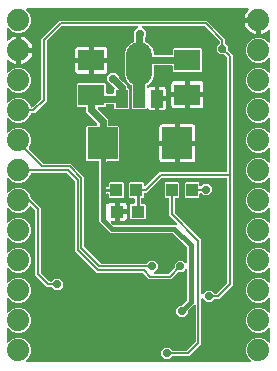
<source format=gbr>
G04 EAGLE Gerber RS-274X export*
G75*
%MOMM*%
%FSLAX34Y34*%
%LPD*%
%INBottom Copper*%
%IPPOS*%
%AMOC8*
5,1,8,0,0,1.08239X$1,22.5*%
G01*
%ADD10C,1.879600*%
%ADD11R,2.550000X2.700000*%
%ADD12R,1.000000X1.100000*%
%ADD13R,1.000000X1.500000*%
%ADD14R,1.000000X2.000000*%
%ADD15C,2.200000*%
%ADD16R,2.203600X1.795500*%
%ADD17R,1.100000X1.000000*%
%ADD18C,0.706400*%
%ADD19C,0.609600*%
%ADD20C,0.406400*%
%ADD21C,0.508000*%
%ADD22C,0.254000*%
%ADD23C,0.200000*%

G36*
X208496Y2640D02*
X208496Y2640D01*
X208528Y2638D01*
X208635Y2660D01*
X208743Y2676D01*
X208773Y2689D01*
X208804Y2695D01*
X208900Y2747D01*
X209000Y2792D01*
X209025Y2813D01*
X209053Y2828D01*
X209131Y2904D01*
X209214Y2975D01*
X209232Y3002D01*
X209255Y3025D01*
X209309Y3120D01*
X209369Y3211D01*
X209378Y3242D01*
X209394Y3270D01*
X209419Y3376D01*
X209451Y3481D01*
X209452Y3513D01*
X209459Y3544D01*
X209454Y3654D01*
X209455Y3763D01*
X209446Y3794D01*
X209445Y3826D01*
X209409Y3929D01*
X209380Y4035D01*
X209363Y4062D01*
X209352Y4093D01*
X209299Y4166D01*
X209232Y4275D01*
X209196Y4307D01*
X209171Y4342D01*
X206855Y6657D01*
X205231Y10578D01*
X205231Y14822D01*
X206856Y18743D01*
X209857Y21744D01*
X213778Y23369D01*
X218022Y23369D01*
X221943Y21745D01*
X224258Y19429D01*
X224284Y19410D01*
X224305Y19386D01*
X224397Y19326D01*
X224484Y19260D01*
X224514Y19249D01*
X224541Y19231D01*
X224646Y19199D01*
X224748Y19161D01*
X224780Y19158D01*
X224811Y19149D01*
X224920Y19147D01*
X225029Y19139D01*
X225061Y19145D01*
X225093Y19145D01*
X225198Y19174D01*
X225305Y19196D01*
X225334Y19212D01*
X225365Y19220D01*
X225458Y19278D01*
X225554Y19329D01*
X225577Y19351D01*
X225605Y19368D01*
X225678Y19449D01*
X225756Y19526D01*
X225772Y19554D01*
X225794Y19578D01*
X225841Y19676D01*
X225895Y19771D01*
X225903Y19802D01*
X225917Y19831D01*
X225931Y19921D01*
X225960Y20045D01*
X225958Y20094D01*
X225964Y20136D01*
X225964Y30664D01*
X225960Y30696D01*
X225962Y30728D01*
X225940Y30835D01*
X225924Y30943D01*
X225911Y30973D01*
X225905Y31004D01*
X225853Y31101D01*
X225808Y31200D01*
X225787Y31225D01*
X225772Y31253D01*
X225696Y31331D01*
X225625Y31414D01*
X225598Y31432D01*
X225575Y31455D01*
X225480Y31509D01*
X225389Y31569D01*
X225358Y31578D01*
X225330Y31594D01*
X225224Y31619D01*
X225119Y31651D01*
X225087Y31652D01*
X225056Y31659D01*
X224946Y31654D01*
X224837Y31655D01*
X224806Y31646D01*
X224774Y31645D01*
X224671Y31609D01*
X224565Y31580D01*
X224538Y31563D01*
X224507Y31552D01*
X224434Y31499D01*
X224325Y31432D01*
X224293Y31396D01*
X224258Y31371D01*
X221943Y29055D01*
X218022Y27431D01*
X213778Y27431D01*
X209857Y29056D01*
X206856Y32057D01*
X205231Y35978D01*
X205231Y40222D01*
X206856Y44143D01*
X209857Y47144D01*
X213778Y48769D01*
X218022Y48769D01*
X221943Y47145D01*
X224258Y44829D01*
X224284Y44810D01*
X224305Y44786D01*
X224397Y44726D01*
X224484Y44660D01*
X224514Y44649D01*
X224541Y44631D01*
X224646Y44599D01*
X224748Y44561D01*
X224780Y44558D01*
X224811Y44549D01*
X224920Y44547D01*
X225029Y44539D01*
X225061Y44545D01*
X225093Y44545D01*
X225198Y44574D01*
X225305Y44596D01*
X225334Y44612D01*
X225365Y44620D01*
X225458Y44678D01*
X225554Y44729D01*
X225577Y44751D01*
X225605Y44768D01*
X225678Y44849D01*
X225756Y44926D01*
X225772Y44954D01*
X225794Y44978D01*
X225841Y45076D01*
X225895Y45171D01*
X225903Y45202D01*
X225917Y45231D01*
X225931Y45321D01*
X225960Y45445D01*
X225958Y45494D01*
X225964Y45536D01*
X225964Y56064D01*
X225960Y56096D01*
X225962Y56128D01*
X225940Y56235D01*
X225924Y56343D01*
X225911Y56373D01*
X225905Y56404D01*
X225853Y56501D01*
X225808Y56600D01*
X225787Y56625D01*
X225772Y56653D01*
X225696Y56731D01*
X225625Y56814D01*
X225598Y56832D01*
X225575Y56855D01*
X225480Y56909D01*
X225389Y56969D01*
X225358Y56978D01*
X225330Y56994D01*
X225224Y57019D01*
X225119Y57051D01*
X225087Y57052D01*
X225056Y57059D01*
X224946Y57054D01*
X224837Y57055D01*
X224806Y57046D01*
X224774Y57045D01*
X224671Y57009D01*
X224565Y56980D01*
X224538Y56963D01*
X224507Y56952D01*
X224434Y56899D01*
X224325Y56832D01*
X224293Y56796D01*
X224258Y56771D01*
X221943Y54455D01*
X218022Y52831D01*
X213778Y52831D01*
X209857Y54456D01*
X206856Y57457D01*
X205231Y61378D01*
X205231Y65622D01*
X206856Y69543D01*
X209857Y72544D01*
X213778Y74169D01*
X218022Y74169D01*
X221943Y72545D01*
X224258Y70229D01*
X224284Y70210D01*
X224305Y70186D01*
X224397Y70126D01*
X224484Y70060D01*
X224514Y70049D01*
X224541Y70031D01*
X224646Y69999D01*
X224748Y69961D01*
X224780Y69958D01*
X224811Y69949D01*
X224920Y69947D01*
X225029Y69939D01*
X225061Y69945D01*
X225093Y69945D01*
X225198Y69974D01*
X225305Y69996D01*
X225334Y70012D01*
X225365Y70020D01*
X225458Y70078D01*
X225554Y70129D01*
X225577Y70151D01*
X225605Y70168D01*
X225678Y70249D01*
X225756Y70326D01*
X225772Y70354D01*
X225794Y70378D01*
X225841Y70476D01*
X225895Y70571D01*
X225903Y70602D01*
X225917Y70631D01*
X225931Y70720D01*
X225960Y70845D01*
X225958Y70894D01*
X225964Y70936D01*
X225964Y81464D01*
X225960Y81496D01*
X225962Y81528D01*
X225940Y81635D01*
X225924Y81743D01*
X225911Y81773D01*
X225905Y81804D01*
X225853Y81901D01*
X225808Y82000D01*
X225787Y82025D01*
X225772Y82053D01*
X225696Y82131D01*
X225625Y82214D01*
X225598Y82232D01*
X225575Y82255D01*
X225480Y82309D01*
X225389Y82369D01*
X225358Y82378D01*
X225330Y82394D01*
X225224Y82419D01*
X225119Y82451D01*
X225087Y82452D01*
X225056Y82459D01*
X224946Y82454D01*
X224837Y82455D01*
X224806Y82446D01*
X224774Y82445D01*
X224671Y82409D01*
X224565Y82380D01*
X224538Y82363D01*
X224507Y82352D01*
X224434Y82299D01*
X224325Y82232D01*
X224293Y82196D01*
X224258Y82171D01*
X221943Y79855D01*
X218022Y78231D01*
X213778Y78231D01*
X209857Y79856D01*
X206856Y82857D01*
X205231Y86778D01*
X205231Y91022D01*
X206856Y94943D01*
X209857Y97944D01*
X213778Y99569D01*
X218022Y99569D01*
X221943Y97945D01*
X224258Y95629D01*
X224284Y95610D01*
X224305Y95586D01*
X224397Y95526D01*
X224484Y95460D01*
X224514Y95449D01*
X224541Y95431D01*
X224646Y95399D01*
X224748Y95361D01*
X224780Y95358D01*
X224811Y95349D01*
X224920Y95347D01*
X225029Y95339D01*
X225061Y95345D01*
X225093Y95345D01*
X225198Y95374D01*
X225305Y95396D01*
X225334Y95412D01*
X225365Y95420D01*
X225458Y95478D01*
X225554Y95529D01*
X225577Y95551D01*
X225605Y95568D01*
X225678Y95649D01*
X225756Y95726D01*
X225772Y95754D01*
X225794Y95778D01*
X225841Y95876D01*
X225895Y95971D01*
X225903Y96002D01*
X225917Y96031D01*
X225931Y96121D01*
X225960Y96245D01*
X225958Y96294D01*
X225964Y96336D01*
X225964Y106864D01*
X225960Y106896D01*
X225962Y106928D01*
X225940Y107035D01*
X225924Y107143D01*
X225911Y107173D01*
X225905Y107204D01*
X225853Y107301D01*
X225808Y107400D01*
X225787Y107425D01*
X225772Y107453D01*
X225696Y107531D01*
X225625Y107614D01*
X225598Y107632D01*
X225575Y107655D01*
X225480Y107709D01*
X225389Y107769D01*
X225358Y107778D01*
X225330Y107794D01*
X225224Y107819D01*
X225119Y107851D01*
X225087Y107852D01*
X225056Y107859D01*
X224946Y107854D01*
X224837Y107855D01*
X224806Y107846D01*
X224774Y107845D01*
X224671Y107809D01*
X224565Y107780D01*
X224538Y107763D01*
X224507Y107752D01*
X224434Y107699D01*
X224325Y107632D01*
X224293Y107596D01*
X224258Y107571D01*
X221943Y105255D01*
X218022Y103631D01*
X213778Y103631D01*
X209857Y105256D01*
X206856Y108257D01*
X205231Y112178D01*
X205231Y116422D01*
X206856Y120343D01*
X209857Y123344D01*
X213778Y124969D01*
X218022Y124969D01*
X221943Y123345D01*
X224258Y121029D01*
X224284Y121010D01*
X224305Y120986D01*
X224397Y120926D01*
X224484Y120860D01*
X224514Y120849D01*
X224541Y120831D01*
X224646Y120799D01*
X224748Y120761D01*
X224780Y120758D01*
X224811Y120749D01*
X224920Y120747D01*
X225029Y120739D01*
X225061Y120745D01*
X225093Y120745D01*
X225198Y120774D01*
X225305Y120796D01*
X225334Y120812D01*
X225365Y120820D01*
X225458Y120878D01*
X225554Y120929D01*
X225577Y120951D01*
X225605Y120968D01*
X225678Y121049D01*
X225756Y121126D01*
X225772Y121154D01*
X225794Y121178D01*
X225841Y121276D01*
X225895Y121371D01*
X225903Y121402D01*
X225917Y121431D01*
X225931Y121521D01*
X225960Y121645D01*
X225958Y121694D01*
X225964Y121736D01*
X225964Y132264D01*
X225960Y132296D01*
X225962Y132328D01*
X225940Y132435D01*
X225924Y132543D01*
X225911Y132573D01*
X225905Y132604D01*
X225853Y132701D01*
X225808Y132800D01*
X225787Y132825D01*
X225772Y132853D01*
X225696Y132931D01*
X225625Y133014D01*
X225598Y133032D01*
X225575Y133055D01*
X225480Y133109D01*
X225389Y133169D01*
X225358Y133178D01*
X225330Y133194D01*
X225224Y133219D01*
X225119Y133251D01*
X225087Y133252D01*
X225056Y133259D01*
X224946Y133254D01*
X224837Y133255D01*
X224806Y133246D01*
X224774Y133245D01*
X224671Y133209D01*
X224565Y133180D01*
X224538Y133163D01*
X224507Y133152D01*
X224434Y133099D01*
X224325Y133032D01*
X224293Y132996D01*
X224258Y132971D01*
X221943Y130655D01*
X218022Y129031D01*
X213778Y129031D01*
X209857Y130656D01*
X206856Y133657D01*
X205231Y137578D01*
X205231Y141822D01*
X206856Y145743D01*
X209857Y148744D01*
X213778Y150369D01*
X218022Y150369D01*
X221943Y148745D01*
X224258Y146429D01*
X224284Y146410D01*
X224305Y146386D01*
X224397Y146326D01*
X224484Y146260D01*
X224514Y146249D01*
X224541Y146231D01*
X224646Y146199D01*
X224748Y146161D01*
X224780Y146158D01*
X224811Y146149D01*
X224920Y146147D01*
X225029Y146139D01*
X225061Y146145D01*
X225093Y146145D01*
X225198Y146174D01*
X225305Y146196D01*
X225334Y146212D01*
X225365Y146220D01*
X225458Y146278D01*
X225554Y146329D01*
X225577Y146351D01*
X225605Y146368D01*
X225678Y146449D01*
X225756Y146526D01*
X225772Y146554D01*
X225794Y146578D01*
X225841Y146676D01*
X225895Y146771D01*
X225903Y146802D01*
X225917Y146831D01*
X225931Y146921D01*
X225960Y147045D01*
X225958Y147094D01*
X225964Y147136D01*
X225964Y157664D01*
X225960Y157696D01*
X225962Y157728D01*
X225940Y157835D01*
X225924Y157943D01*
X225911Y157973D01*
X225905Y158004D01*
X225853Y158101D01*
X225808Y158200D01*
X225787Y158225D01*
X225772Y158253D01*
X225696Y158331D01*
X225625Y158414D01*
X225598Y158432D01*
X225575Y158455D01*
X225480Y158509D01*
X225389Y158569D01*
X225358Y158578D01*
X225330Y158594D01*
X225224Y158619D01*
X225119Y158651D01*
X225087Y158652D01*
X225056Y158659D01*
X224946Y158654D01*
X224837Y158655D01*
X224806Y158646D01*
X224774Y158645D01*
X224671Y158609D01*
X224565Y158580D01*
X224538Y158563D01*
X224507Y158552D01*
X224434Y158499D01*
X224325Y158432D01*
X224293Y158396D01*
X224258Y158371D01*
X221943Y156055D01*
X218022Y154431D01*
X213778Y154431D01*
X209857Y156056D01*
X206856Y159057D01*
X205231Y162978D01*
X205231Y167222D01*
X206856Y171143D01*
X209857Y174144D01*
X213778Y175769D01*
X218022Y175769D01*
X221943Y174145D01*
X224258Y171829D01*
X224284Y171810D01*
X224305Y171786D01*
X224397Y171726D01*
X224484Y171660D01*
X224514Y171649D01*
X224541Y171631D01*
X224646Y171599D01*
X224748Y171561D01*
X224780Y171558D01*
X224811Y171549D01*
X224920Y171547D01*
X225029Y171539D01*
X225061Y171545D01*
X225093Y171545D01*
X225198Y171574D01*
X225305Y171596D01*
X225334Y171612D01*
X225365Y171620D01*
X225458Y171678D01*
X225554Y171729D01*
X225577Y171751D01*
X225605Y171768D01*
X225678Y171849D01*
X225756Y171926D01*
X225772Y171954D01*
X225794Y171978D01*
X225841Y172076D01*
X225895Y172171D01*
X225903Y172202D01*
X225917Y172231D01*
X225931Y172321D01*
X225960Y172445D01*
X225958Y172494D01*
X225964Y172536D01*
X225964Y183064D01*
X225960Y183096D01*
X225962Y183128D01*
X225940Y183235D01*
X225924Y183343D01*
X225911Y183373D01*
X225905Y183404D01*
X225853Y183501D01*
X225808Y183600D01*
X225787Y183625D01*
X225772Y183653D01*
X225696Y183731D01*
X225625Y183814D01*
X225598Y183832D01*
X225575Y183855D01*
X225480Y183909D01*
X225389Y183969D01*
X225358Y183978D01*
X225330Y183994D01*
X225224Y184019D01*
X225119Y184051D01*
X225087Y184052D01*
X225056Y184059D01*
X224946Y184054D01*
X224837Y184055D01*
X224806Y184046D01*
X224774Y184045D01*
X224671Y184009D01*
X224565Y183980D01*
X224538Y183963D01*
X224507Y183952D01*
X224434Y183899D01*
X224325Y183832D01*
X224293Y183796D01*
X224258Y183771D01*
X221943Y181455D01*
X218022Y179831D01*
X213778Y179831D01*
X209857Y181456D01*
X206856Y184457D01*
X205231Y188378D01*
X205231Y192622D01*
X206856Y196543D01*
X209857Y199544D01*
X213778Y201169D01*
X218022Y201169D01*
X221943Y199545D01*
X224258Y197229D01*
X224284Y197210D01*
X224305Y197186D01*
X224397Y197126D01*
X224484Y197060D01*
X224514Y197049D01*
X224541Y197031D01*
X224646Y196999D01*
X224748Y196961D01*
X224780Y196958D01*
X224811Y196949D01*
X224920Y196947D01*
X225029Y196939D01*
X225061Y196945D01*
X225093Y196945D01*
X225198Y196974D01*
X225305Y196996D01*
X225334Y197012D01*
X225365Y197020D01*
X225458Y197078D01*
X225554Y197129D01*
X225577Y197151D01*
X225605Y197168D01*
X225678Y197249D01*
X225756Y197326D01*
X225772Y197354D01*
X225794Y197378D01*
X225841Y197476D01*
X225895Y197571D01*
X225903Y197602D01*
X225917Y197631D01*
X225931Y197721D01*
X225960Y197845D01*
X225958Y197894D01*
X225964Y197936D01*
X225964Y208464D01*
X225960Y208496D01*
X225962Y208528D01*
X225940Y208635D01*
X225924Y208743D01*
X225911Y208773D01*
X225905Y208804D01*
X225853Y208901D01*
X225808Y209000D01*
X225787Y209025D01*
X225772Y209053D01*
X225696Y209131D01*
X225625Y209214D01*
X225598Y209232D01*
X225575Y209255D01*
X225480Y209309D01*
X225389Y209369D01*
X225358Y209378D01*
X225330Y209394D01*
X225224Y209419D01*
X225119Y209451D01*
X225087Y209452D01*
X225056Y209459D01*
X224946Y209454D01*
X224837Y209455D01*
X224806Y209446D01*
X224774Y209445D01*
X224671Y209409D01*
X224565Y209380D01*
X224538Y209363D01*
X224507Y209352D01*
X224434Y209299D01*
X224325Y209232D01*
X224293Y209196D01*
X224258Y209171D01*
X221943Y206855D01*
X218022Y205231D01*
X213778Y205231D01*
X209857Y206856D01*
X206856Y209857D01*
X205231Y213778D01*
X205231Y218022D01*
X206856Y221943D01*
X209857Y224944D01*
X213778Y226569D01*
X218022Y226569D01*
X221943Y224945D01*
X224258Y222629D01*
X224284Y222610D01*
X224305Y222586D01*
X224397Y222526D01*
X224484Y222460D01*
X224514Y222449D01*
X224541Y222431D01*
X224646Y222399D01*
X224748Y222361D01*
X224780Y222358D01*
X224811Y222349D01*
X224920Y222347D01*
X225029Y222339D01*
X225061Y222345D01*
X225093Y222345D01*
X225198Y222374D01*
X225305Y222396D01*
X225334Y222412D01*
X225365Y222420D01*
X225458Y222478D01*
X225554Y222529D01*
X225577Y222551D01*
X225605Y222568D01*
X225678Y222649D01*
X225756Y222726D01*
X225772Y222754D01*
X225794Y222778D01*
X225841Y222876D01*
X225895Y222971D01*
X225903Y223002D01*
X225917Y223031D01*
X225931Y223121D01*
X225960Y223245D01*
X225958Y223294D01*
X225964Y223336D01*
X225964Y233864D01*
X225960Y233896D01*
X225962Y233928D01*
X225940Y234035D01*
X225924Y234143D01*
X225911Y234173D01*
X225905Y234204D01*
X225853Y234301D01*
X225808Y234400D01*
X225787Y234425D01*
X225772Y234453D01*
X225696Y234531D01*
X225625Y234614D01*
X225598Y234632D01*
X225575Y234655D01*
X225480Y234709D01*
X225389Y234769D01*
X225358Y234778D01*
X225330Y234794D01*
X225224Y234819D01*
X225119Y234851D01*
X225087Y234852D01*
X225056Y234859D01*
X224946Y234854D01*
X224837Y234855D01*
X224806Y234846D01*
X224774Y234845D01*
X224671Y234809D01*
X224565Y234780D01*
X224538Y234763D01*
X224507Y234752D01*
X224434Y234699D01*
X224325Y234632D01*
X224293Y234596D01*
X224258Y234571D01*
X221943Y232255D01*
X218022Y230631D01*
X213778Y230631D01*
X209857Y232256D01*
X206856Y235257D01*
X205231Y239178D01*
X205231Y243422D01*
X206856Y247343D01*
X209857Y250344D01*
X213778Y251969D01*
X218022Y251969D01*
X221943Y250345D01*
X224258Y248029D01*
X224284Y248010D01*
X224305Y247986D01*
X224397Y247926D01*
X224484Y247860D01*
X224514Y247849D01*
X224541Y247831D01*
X224646Y247799D01*
X224748Y247761D01*
X224780Y247758D01*
X224811Y247749D01*
X224920Y247747D01*
X225029Y247739D01*
X225061Y247745D01*
X225093Y247745D01*
X225198Y247774D01*
X225305Y247796D01*
X225334Y247812D01*
X225365Y247820D01*
X225458Y247878D01*
X225554Y247929D01*
X225577Y247951D01*
X225605Y247968D01*
X225678Y248049D01*
X225756Y248126D01*
X225772Y248154D01*
X225794Y248178D01*
X225841Y248276D01*
X225895Y248371D01*
X225903Y248402D01*
X225917Y248431D01*
X225931Y248521D01*
X225960Y248645D01*
X225958Y248694D01*
X225964Y248736D01*
X225964Y259264D01*
X225960Y259296D01*
X225962Y259328D01*
X225940Y259435D01*
X225924Y259543D01*
X225911Y259573D01*
X225905Y259604D01*
X225853Y259701D01*
X225808Y259800D01*
X225787Y259825D01*
X225772Y259853D01*
X225696Y259931D01*
X225625Y260014D01*
X225598Y260032D01*
X225575Y260055D01*
X225480Y260109D01*
X225389Y260169D01*
X225358Y260178D01*
X225330Y260194D01*
X225224Y260219D01*
X225119Y260251D01*
X225087Y260252D01*
X225056Y260259D01*
X224946Y260254D01*
X224837Y260255D01*
X224806Y260246D01*
X224774Y260245D01*
X224671Y260209D01*
X224565Y260180D01*
X224538Y260163D01*
X224507Y260152D01*
X224434Y260099D01*
X224325Y260032D01*
X224293Y259996D01*
X224258Y259971D01*
X221943Y257655D01*
X218022Y256031D01*
X213778Y256031D01*
X209857Y257656D01*
X206856Y260657D01*
X205231Y264578D01*
X205231Y268822D01*
X206856Y272743D01*
X209857Y275744D01*
X213778Y277369D01*
X218022Y277369D01*
X221943Y275745D01*
X224258Y273429D01*
X224284Y273410D01*
X224305Y273386D01*
X224397Y273326D01*
X224484Y273260D01*
X224514Y273249D01*
X224541Y273231D01*
X224646Y273199D01*
X224748Y273161D01*
X224780Y273158D01*
X224811Y273149D01*
X224920Y273147D01*
X225029Y273139D01*
X225061Y273145D01*
X225093Y273145D01*
X225198Y273174D01*
X225305Y273196D01*
X225334Y273212D01*
X225365Y273220D01*
X225458Y273278D01*
X225554Y273329D01*
X225577Y273351D01*
X225605Y273368D01*
X225678Y273449D01*
X225756Y273526D01*
X225772Y273554D01*
X225794Y273578D01*
X225841Y273676D01*
X225895Y273771D01*
X225903Y273802D01*
X225917Y273831D01*
X225931Y273921D01*
X225960Y274045D01*
X225958Y274094D01*
X225964Y274136D01*
X225964Y282868D01*
X225960Y282900D01*
X225962Y282932D01*
X225940Y283039D01*
X225924Y283147D01*
X225911Y283177D01*
X225905Y283208D01*
X225853Y283305D01*
X225808Y283404D01*
X225787Y283429D01*
X225772Y283457D01*
X225696Y283535D01*
X225625Y283618D01*
X225598Y283636D01*
X225575Y283659D01*
X225481Y283713D01*
X225389Y283773D01*
X225358Y283782D01*
X225330Y283798D01*
X225224Y283823D01*
X225119Y283855D01*
X225087Y283856D01*
X225056Y283863D01*
X224946Y283858D01*
X224837Y283859D01*
X224806Y283850D01*
X224774Y283849D01*
X224671Y283813D01*
X224565Y283784D01*
X224538Y283767D01*
X224507Y283756D01*
X224434Y283703D01*
X224325Y283636D01*
X224293Y283600D01*
X224258Y283575D01*
X223678Y282994D01*
X222157Y281889D01*
X220483Y281036D01*
X218696Y280455D01*
X217899Y280329D01*
X217899Y291100D01*
X217890Y291163D01*
X217891Y291228D01*
X217870Y291302D01*
X217859Y291379D01*
X217833Y291438D01*
X217816Y291500D01*
X217775Y291566D01*
X217743Y291636D01*
X217701Y291685D01*
X217668Y291740D01*
X217610Y291791D01*
X217560Y291850D01*
X217506Y291886D01*
X217458Y291929D01*
X217389Y291962D01*
X217324Y292005D01*
X217262Y292024D01*
X217205Y292052D01*
X217135Y292062D01*
X217054Y292087D01*
X216969Y292088D01*
X216900Y292099D01*
X215899Y292099D01*
X215899Y293100D01*
X215890Y293164D01*
X215891Y293228D01*
X215870Y293303D01*
X215859Y293379D01*
X215833Y293438D01*
X215816Y293500D01*
X215775Y293566D01*
X215743Y293636D01*
X215701Y293685D01*
X215668Y293740D01*
X215610Y293792D01*
X215560Y293850D01*
X215506Y293886D01*
X215458Y293929D01*
X215389Y293962D01*
X215324Y294005D01*
X215262Y294024D01*
X215204Y294052D01*
X215135Y294062D01*
X215054Y294087D01*
X214969Y294088D01*
X214900Y294099D01*
X204129Y294099D01*
X204255Y294896D01*
X204836Y296683D01*
X205689Y298357D01*
X206794Y299878D01*
X207375Y300458D01*
X207394Y300484D01*
X207418Y300505D01*
X207478Y300597D01*
X207544Y300684D01*
X207555Y300714D01*
X207573Y300741D01*
X207605Y300846D01*
X207643Y300948D01*
X207646Y300980D01*
X207655Y301011D01*
X207657Y301120D01*
X207665Y301229D01*
X207659Y301261D01*
X207659Y301293D01*
X207630Y301398D01*
X207608Y301505D01*
X207592Y301534D01*
X207584Y301565D01*
X207526Y301658D01*
X207475Y301754D01*
X207453Y301777D01*
X207436Y301805D01*
X207355Y301878D01*
X207278Y301956D01*
X207250Y301972D01*
X207226Y301994D01*
X207128Y302041D01*
X207033Y302095D01*
X207001Y302103D01*
X206973Y302117D01*
X206883Y302131D01*
X206758Y302160D01*
X206710Y302158D01*
X206668Y302164D01*
X20136Y302164D01*
X20104Y302160D01*
X20072Y302162D01*
X19965Y302140D01*
X19857Y302124D01*
X19827Y302111D01*
X19796Y302105D01*
X19699Y302053D01*
X19600Y302008D01*
X19575Y301987D01*
X19547Y301972D01*
X19469Y301896D01*
X19386Y301825D01*
X19368Y301798D01*
X19345Y301775D01*
X19291Y301680D01*
X19231Y301589D01*
X19222Y301558D01*
X19206Y301530D01*
X19181Y301424D01*
X19149Y301319D01*
X19148Y301287D01*
X19141Y301256D01*
X19146Y301146D01*
X19145Y301037D01*
X19154Y301006D01*
X19155Y300974D01*
X19191Y300871D01*
X19220Y300765D01*
X19237Y300738D01*
X19248Y300707D01*
X19301Y300634D01*
X19368Y300525D01*
X19404Y300493D01*
X19429Y300458D01*
X21745Y298143D01*
X23369Y294222D01*
X23369Y289978D01*
X21744Y286057D01*
X18743Y283056D01*
X14822Y281431D01*
X10578Y281431D01*
X6657Y283055D01*
X4342Y285371D01*
X4316Y285390D01*
X4295Y285414D01*
X4203Y285474D01*
X4116Y285540D01*
X4086Y285551D01*
X4059Y285569D01*
X3954Y285601D01*
X3852Y285639D01*
X3820Y285642D01*
X3789Y285651D01*
X3680Y285653D01*
X3571Y285661D01*
X3539Y285655D01*
X3507Y285655D01*
X3402Y285626D01*
X3295Y285604D01*
X3266Y285588D01*
X3235Y285580D01*
X3142Y285522D01*
X3046Y285471D01*
X3023Y285449D01*
X2995Y285432D01*
X2922Y285351D01*
X2844Y285274D01*
X2828Y285246D01*
X2806Y285222D01*
X2759Y285124D01*
X2705Y285029D01*
X2697Y284998D01*
X2683Y284969D01*
X2669Y284879D01*
X2640Y284755D01*
X2642Y284706D01*
X2636Y284664D01*
X2636Y275932D01*
X2640Y275900D01*
X2638Y275868D01*
X2660Y275761D01*
X2676Y275653D01*
X2689Y275623D01*
X2695Y275592D01*
X2747Y275495D01*
X2792Y275396D01*
X2813Y275371D01*
X2828Y275343D01*
X2904Y275265D01*
X2975Y275182D01*
X3002Y275164D01*
X3025Y275141D01*
X3119Y275087D01*
X3211Y275027D01*
X3242Y275018D01*
X3270Y275002D01*
X3376Y274977D01*
X3481Y274945D01*
X3513Y274944D01*
X3544Y274937D01*
X3654Y274942D01*
X3763Y274941D01*
X3794Y274950D01*
X3826Y274951D01*
X3929Y274987D01*
X4035Y275016D01*
X4062Y275033D01*
X4093Y275044D01*
X4166Y275097D01*
X4275Y275164D01*
X4307Y275200D01*
X4342Y275225D01*
X4922Y275806D01*
X6443Y276911D01*
X8117Y277764D01*
X9904Y278345D01*
X10701Y278471D01*
X10701Y267700D01*
X10710Y267637D01*
X10709Y267572D01*
X10730Y267498D01*
X10741Y267421D01*
X10767Y267362D01*
X10784Y267300D01*
X10825Y267234D01*
X10857Y267164D01*
X10899Y267115D01*
X10932Y267060D01*
X10990Y267009D01*
X11040Y266950D01*
X11094Y266914D01*
X11142Y266871D01*
X11211Y266838D01*
X11276Y266795D01*
X11338Y266776D01*
X11395Y266748D01*
X11465Y266738D01*
X11546Y266713D01*
X11631Y266712D01*
X11700Y266701D01*
X12701Y266701D01*
X12701Y266699D01*
X11700Y266699D01*
X11636Y266690D01*
X11572Y266691D01*
X11497Y266670D01*
X11421Y266659D01*
X11362Y266633D01*
X11300Y266616D01*
X11234Y266575D01*
X11164Y266543D01*
X11115Y266501D01*
X11060Y266468D01*
X11008Y266410D01*
X10950Y266360D01*
X10914Y266306D01*
X10871Y266258D01*
X10838Y266189D01*
X10795Y266124D01*
X10776Y266062D01*
X10748Y266004D01*
X10737Y265935D01*
X10713Y265854D01*
X10712Y265769D01*
X10701Y265700D01*
X10701Y254929D01*
X9904Y255055D01*
X8117Y255636D01*
X6443Y256489D01*
X4922Y257594D01*
X4342Y258175D01*
X4316Y258194D01*
X4295Y258218D01*
X4232Y258260D01*
X4217Y258273D01*
X4198Y258282D01*
X4116Y258344D01*
X4086Y258355D01*
X4059Y258373D01*
X3954Y258405D01*
X3852Y258443D01*
X3820Y258446D01*
X3789Y258455D01*
X3680Y258457D01*
X3571Y258465D01*
X3539Y258459D01*
X3507Y258459D01*
X3402Y258430D01*
X3295Y258408D01*
X3266Y258392D01*
X3235Y258384D01*
X3142Y258326D01*
X3046Y258275D01*
X3023Y258253D01*
X2995Y258236D01*
X2922Y258155D01*
X2844Y258078D01*
X2828Y258050D01*
X2806Y258026D01*
X2759Y257928D01*
X2705Y257833D01*
X2697Y257801D01*
X2683Y257773D01*
X2669Y257683D01*
X2655Y257622D01*
X2648Y257599D01*
X2648Y257591D01*
X2640Y257558D01*
X2642Y257510D01*
X2636Y257468D01*
X2636Y248736D01*
X2640Y248704D01*
X2638Y248672D01*
X2660Y248565D01*
X2676Y248457D01*
X2689Y248427D01*
X2695Y248396D01*
X2747Y248299D01*
X2792Y248200D01*
X2813Y248175D01*
X2828Y248147D01*
X2904Y248069D01*
X2975Y247986D01*
X3002Y247968D01*
X3025Y247945D01*
X3120Y247891D01*
X3211Y247831D01*
X3242Y247822D01*
X3270Y247806D01*
X3376Y247781D01*
X3481Y247749D01*
X3513Y247748D01*
X3544Y247741D01*
X3654Y247746D01*
X3763Y247745D01*
X3794Y247754D01*
X3826Y247755D01*
X3929Y247791D01*
X4035Y247820D01*
X4062Y247837D01*
X4093Y247848D01*
X4166Y247901D01*
X4275Y247968D01*
X4307Y248004D01*
X4342Y248029D01*
X6657Y250345D01*
X10578Y251969D01*
X14822Y251969D01*
X18743Y250344D01*
X21744Y247343D01*
X23369Y243422D01*
X23369Y239178D01*
X21744Y235257D01*
X18743Y232256D01*
X14822Y230631D01*
X10578Y230631D01*
X6657Y232255D01*
X4342Y234571D01*
X4316Y234590D01*
X4295Y234614D01*
X4203Y234674D01*
X4116Y234740D01*
X4086Y234751D01*
X4059Y234769D01*
X3954Y234801D01*
X3852Y234839D01*
X3820Y234842D01*
X3789Y234851D01*
X3680Y234853D01*
X3571Y234861D01*
X3539Y234855D01*
X3507Y234855D01*
X3402Y234826D01*
X3295Y234804D01*
X3266Y234788D01*
X3235Y234780D01*
X3142Y234722D01*
X3046Y234671D01*
X3023Y234649D01*
X2995Y234632D01*
X2922Y234551D01*
X2844Y234474D01*
X2828Y234446D01*
X2806Y234422D01*
X2759Y234324D01*
X2705Y234229D01*
X2697Y234198D01*
X2683Y234169D01*
X2669Y234079D01*
X2640Y233955D01*
X2642Y233906D01*
X2636Y233864D01*
X2636Y223336D01*
X2640Y223304D01*
X2638Y223272D01*
X2660Y223165D01*
X2676Y223057D01*
X2689Y223027D01*
X2695Y222996D01*
X2747Y222899D01*
X2792Y222800D01*
X2813Y222775D01*
X2828Y222747D01*
X2904Y222669D01*
X2975Y222586D01*
X3002Y222568D01*
X3025Y222545D01*
X3120Y222491D01*
X3211Y222431D01*
X3242Y222422D01*
X3270Y222406D01*
X3376Y222381D01*
X3481Y222349D01*
X3513Y222348D01*
X3544Y222341D01*
X3654Y222346D01*
X3763Y222345D01*
X3794Y222354D01*
X3826Y222355D01*
X3929Y222391D01*
X4035Y222420D01*
X4062Y222437D01*
X4093Y222448D01*
X4166Y222501D01*
X4275Y222568D01*
X4307Y222604D01*
X4342Y222629D01*
X6657Y224945D01*
X10578Y226569D01*
X14822Y226569D01*
X18743Y224944D01*
X21744Y221943D01*
X23052Y218788D01*
X23056Y218779D01*
X23059Y218770D01*
X23128Y218658D01*
X23195Y218545D01*
X23202Y218538D01*
X23207Y218530D01*
X23305Y218442D01*
X23401Y218352D01*
X23409Y218348D01*
X23416Y218341D01*
X23535Y218284D01*
X23652Y218224D01*
X23662Y218222D01*
X23670Y218218D01*
X23746Y218206D01*
X23930Y218172D01*
X23953Y218174D01*
X23975Y218171D01*
X24046Y218171D01*
X24140Y218184D01*
X24237Y218189D01*
X24280Y218204D01*
X24325Y218211D01*
X24412Y218250D01*
X24503Y218282D01*
X24538Y218307D01*
X24582Y218327D01*
X24679Y218410D01*
X24752Y218463D01*
X31727Y225438D01*
X31784Y225515D01*
X31849Y225586D01*
X31869Y225627D01*
X31896Y225663D01*
X31930Y225754D01*
X31972Y225840D01*
X31978Y225882D01*
X31995Y225927D01*
X32005Y226055D01*
X32019Y226144D01*
X32019Y276531D01*
X47359Y291871D01*
X172351Y291871D01*
X187691Y276531D01*
X187691Y272905D01*
X187704Y272810D01*
X187709Y272714D01*
X187724Y272671D01*
X187731Y272626D01*
X187770Y272539D01*
X187802Y272448D01*
X187827Y272413D01*
X187847Y272369D01*
X187930Y272272D01*
X187983Y272199D01*
X190223Y269959D01*
X190223Y266792D01*
X190236Y266698D01*
X190241Y266601D01*
X190256Y266558D01*
X190263Y266513D01*
X190302Y266426D01*
X190334Y266335D01*
X190359Y266300D01*
X190379Y266256D01*
X190462Y266159D01*
X190515Y266086D01*
X194041Y262561D01*
X194041Y67639D01*
X182551Y56149D01*
X178925Y56149D01*
X178830Y56136D01*
X178734Y56131D01*
X178691Y56116D01*
X178646Y56109D01*
X178559Y56070D01*
X178468Y56038D01*
X178433Y56013D01*
X178389Y55993D01*
X178292Y55910D01*
X178219Y55857D01*
X175979Y53617D01*
X172001Y53617D01*
X169077Y56541D01*
X169051Y56561D01*
X169030Y56585D01*
X168938Y56645D01*
X168851Y56711D01*
X168821Y56722D01*
X168794Y56740D01*
X168689Y56772D01*
X168587Y56810D01*
X168555Y56813D01*
X168524Y56822D01*
X168415Y56824D01*
X168306Y56832D01*
X168274Y56825D01*
X168242Y56826D01*
X168137Y56797D01*
X168030Y56774D01*
X168001Y56759D01*
X167970Y56751D01*
X167877Y56693D01*
X167781Y56642D01*
X167758Y56619D01*
X167730Y56602D01*
X167657Y56521D01*
X167579Y56445D01*
X167563Y56417D01*
X167541Y56393D01*
X167494Y56295D01*
X167440Y56200D01*
X167432Y56168D01*
X167418Y56139D01*
X167404Y56050D01*
X167375Y55925D01*
X167377Y55877D01*
X167371Y55835D01*
X167371Y18109D01*
X157151Y7889D01*
X143365Y7889D01*
X143270Y7876D01*
X143174Y7871D01*
X143131Y7856D01*
X143086Y7849D01*
X142999Y7810D01*
X142908Y7778D01*
X142873Y7753D01*
X142829Y7733D01*
X142732Y7650D01*
X142659Y7597D01*
X140419Y5357D01*
X136441Y5357D01*
X133627Y8171D01*
X133627Y12149D01*
X136441Y14963D01*
X140419Y14963D01*
X142659Y12723D01*
X142735Y12666D01*
X142807Y12601D01*
X142848Y12581D01*
X142884Y12554D01*
X142974Y12520D01*
X143061Y12478D01*
X143103Y12472D01*
X143148Y12455D01*
X143276Y12445D01*
X143365Y12431D01*
X154856Y12431D01*
X154950Y12444D01*
X155047Y12449D01*
X155090Y12464D01*
X155135Y12471D01*
X155222Y12510D01*
X155313Y12542D01*
X155348Y12567D01*
X155392Y12587D01*
X155489Y12670D01*
X155562Y12723D01*
X162537Y19698D01*
X162594Y19775D01*
X162659Y19846D01*
X162679Y19887D01*
X162706Y19923D01*
X162740Y20014D01*
X162782Y20100D01*
X162788Y20142D01*
X162805Y20187D01*
X162815Y20315D01*
X162829Y20404D01*
X162829Y50336D01*
X162825Y50368D01*
X162827Y50400D01*
X162805Y50507D01*
X162789Y50615D01*
X162776Y50645D01*
X162770Y50676D01*
X162718Y50773D01*
X162673Y50872D01*
X162652Y50897D01*
X162637Y50925D01*
X162561Y51003D01*
X162490Y51087D01*
X162463Y51104D01*
X162440Y51127D01*
X162345Y51181D01*
X162254Y51241D01*
X162223Y51250D01*
X162195Y51266D01*
X162089Y51292D01*
X161984Y51323D01*
X161952Y51324D01*
X161921Y51331D01*
X161811Y51326D01*
X161702Y51327D01*
X161671Y51319D01*
X161639Y51317D01*
X161536Y51281D01*
X161430Y51252D01*
X161403Y51235D01*
X161372Y51224D01*
X161299Y51171D01*
X161190Y51104D01*
X161158Y51068D01*
X161123Y51043D01*
X159873Y49793D01*
X159873Y49792D01*
X156225Y46145D01*
X156168Y46068D01*
X156103Y45996D01*
X156083Y45955D01*
X156056Y45919D01*
X156022Y45829D01*
X155980Y45743D01*
X155974Y45701D01*
X155957Y45655D01*
X155947Y45527D01*
X155933Y45438D01*
X155933Y43731D01*
X153119Y40917D01*
X149141Y40917D01*
X146327Y43731D01*
X146327Y47709D01*
X149141Y50523D01*
X150848Y50523D01*
X150943Y50536D01*
X151039Y50541D01*
X151082Y50556D01*
X151127Y50563D01*
X151215Y50602D01*
X151306Y50634D01*
X151340Y50659D01*
X151384Y50679D01*
X151482Y50762D01*
X151555Y50815D01*
X155203Y54463D01*
X155260Y54540D01*
X155325Y54612D01*
X155345Y54653D01*
X155372Y54689D01*
X155406Y54779D01*
X155448Y54865D01*
X155454Y54907D01*
X155471Y54953D01*
X155481Y55080D01*
X155495Y55170D01*
X155495Y80251D01*
X155491Y80283D01*
X155493Y80315D01*
X155471Y80422D01*
X155455Y80530D01*
X155442Y80559D01*
X155436Y80591D01*
X155384Y80687D01*
X155339Y80787D01*
X155318Y80811D01*
X155303Y80840D01*
X155227Y80918D01*
X155156Y81001D01*
X155129Y81019D01*
X155106Y81042D01*
X155011Y81096D01*
X154920Y81156D01*
X154889Y81165D01*
X154861Y81181D01*
X154755Y81206D01*
X154650Y81238D01*
X154618Y81239D01*
X154587Y81246D01*
X154477Y81240D01*
X154368Y81242D01*
X154337Y81233D01*
X154305Y81232D01*
X154202Y81196D01*
X154096Y81167D01*
X154069Y81150D01*
X154038Y81139D01*
X153965Y81086D01*
X153856Y81018D01*
X153824Y80982D01*
X153789Y80957D01*
X151849Y79017D01*
X148682Y79017D01*
X148588Y79004D01*
X148491Y78999D01*
X148448Y78984D01*
X148403Y78977D01*
X148316Y78938D01*
X148225Y78906D01*
X148190Y78881D01*
X148146Y78861D01*
X148049Y78778D01*
X147976Y78725D01*
X141911Y72659D01*
X123519Y72659D01*
X118192Y77987D01*
X118115Y78044D01*
X118044Y78109D01*
X118003Y78129D01*
X117967Y78156D01*
X117876Y78190D01*
X117790Y78232D01*
X117748Y78238D01*
X117703Y78255D01*
X117575Y78265D01*
X117486Y78279D01*
X78985Y78279D01*
X60499Y96765D01*
X60499Y155586D01*
X60491Y155644D01*
X60491Y155649D01*
X60489Y155655D01*
X60486Y155680D01*
X60481Y155777D01*
X60466Y155820D01*
X60459Y155865D01*
X60420Y155952D01*
X60388Y156043D01*
X60363Y156078D01*
X60343Y156122D01*
X60260Y156219D01*
X60207Y156292D01*
X53962Y162537D01*
X53885Y162594D01*
X53814Y162659D01*
X53773Y162679D01*
X53737Y162706D01*
X53646Y162740D01*
X53560Y162782D01*
X53518Y162788D01*
X53473Y162805D01*
X53345Y162815D01*
X53256Y162829D01*
X23975Y162829D01*
X23965Y162828D01*
X23956Y162829D01*
X23826Y162808D01*
X23696Y162789D01*
X23687Y162786D01*
X23678Y162784D01*
X23558Y162727D01*
X23439Y162673D01*
X23432Y162667D01*
X23423Y162663D01*
X23324Y162575D01*
X23224Y162490D01*
X23219Y162482D01*
X23212Y162476D01*
X23172Y162410D01*
X23070Y162254D01*
X23063Y162231D01*
X23052Y162212D01*
X21744Y159057D01*
X18743Y156056D01*
X14822Y154431D01*
X10578Y154431D01*
X6657Y156055D01*
X4342Y158371D01*
X4316Y158390D01*
X4295Y158414D01*
X4203Y158474D01*
X4116Y158540D01*
X4086Y158551D01*
X4059Y158569D01*
X3954Y158601D01*
X3852Y158639D01*
X3820Y158642D01*
X3789Y158651D01*
X3680Y158653D01*
X3571Y158661D01*
X3539Y158655D01*
X3507Y158655D01*
X3402Y158626D01*
X3295Y158604D01*
X3266Y158588D01*
X3235Y158580D01*
X3142Y158522D01*
X3046Y158471D01*
X3023Y158449D01*
X2995Y158432D01*
X2922Y158351D01*
X2844Y158274D01*
X2828Y158246D01*
X2806Y158222D01*
X2759Y158124D01*
X2705Y158029D01*
X2697Y157998D01*
X2683Y157969D01*
X2669Y157879D01*
X2640Y157755D01*
X2642Y157706D01*
X2636Y157664D01*
X2636Y147136D01*
X2640Y147104D01*
X2638Y147072D01*
X2660Y146965D01*
X2676Y146857D01*
X2689Y146827D01*
X2695Y146796D01*
X2747Y146699D01*
X2792Y146600D01*
X2813Y146575D01*
X2828Y146547D01*
X2904Y146469D01*
X2975Y146386D01*
X3002Y146368D01*
X3025Y146345D01*
X3120Y146291D01*
X3211Y146231D01*
X3242Y146222D01*
X3270Y146206D01*
X3376Y146181D01*
X3481Y146149D01*
X3513Y146148D01*
X3544Y146141D01*
X3654Y146146D01*
X3763Y146145D01*
X3794Y146154D01*
X3826Y146155D01*
X3929Y146191D01*
X4035Y146220D01*
X4062Y146237D01*
X4093Y146248D01*
X4166Y146301D01*
X4275Y146368D01*
X4307Y146404D01*
X4342Y146429D01*
X6657Y148745D01*
X10578Y150369D01*
X14822Y150369D01*
X18743Y148744D01*
X21744Y145743D01*
X23369Y141822D01*
X23369Y141546D01*
X23382Y141452D01*
X23387Y141355D01*
X23402Y141312D01*
X23409Y141267D01*
X23448Y141180D01*
X23480Y141089D01*
X23505Y141054D01*
X23525Y141010D01*
X23587Y140938D01*
X23615Y140892D01*
X23639Y140870D01*
X23661Y140840D01*
X29858Y134643D01*
X31481Y133021D01*
X31481Y78824D01*
X31494Y78730D01*
X31499Y78633D01*
X31514Y78590D01*
X31521Y78545D01*
X31560Y78458D01*
X31592Y78367D01*
X31617Y78332D01*
X31637Y78288D01*
X31720Y78191D01*
X31773Y78118D01*
X38748Y71143D01*
X38825Y71086D01*
X38896Y71021D01*
X38937Y71001D01*
X38973Y70974D01*
X39064Y70940D01*
X39150Y70898D01*
X39192Y70892D01*
X39237Y70875D01*
X39365Y70865D01*
X39454Y70851D01*
X40785Y70851D01*
X40880Y70864D01*
X40976Y70869D01*
X41019Y70884D01*
X41064Y70891D01*
X41151Y70930D01*
X41242Y70962D01*
X41277Y70987D01*
X41321Y71007D01*
X41418Y71090D01*
X41491Y71143D01*
X43731Y73383D01*
X47709Y73383D01*
X50523Y70569D01*
X50523Y66591D01*
X47709Y63777D01*
X43731Y63777D01*
X41491Y66017D01*
X41415Y66074D01*
X41343Y66139D01*
X41302Y66159D01*
X41266Y66186D01*
X41176Y66220D01*
X41089Y66262D01*
X41047Y66268D01*
X41002Y66285D01*
X40874Y66295D01*
X40785Y66309D01*
X37159Y66309D01*
X26939Y76529D01*
X26939Y130726D01*
X26926Y130820D01*
X26921Y130917D01*
X26906Y130960D01*
X26899Y131005D01*
X26860Y131092D01*
X26828Y131183D01*
X26803Y131218D01*
X26783Y131262D01*
X26700Y131359D01*
X26647Y131432D01*
X23586Y134492D01*
X23491Y134564D01*
X23400Y134639D01*
X23379Y134648D01*
X23361Y134662D01*
X23249Y134704D01*
X23141Y134750D01*
X23118Y134753D01*
X23097Y134761D01*
X22978Y134770D01*
X22861Y134785D01*
X22838Y134781D01*
X22816Y134783D01*
X22700Y134759D01*
X22582Y134740D01*
X22562Y134730D01*
X22539Y134725D01*
X22435Y134670D01*
X22328Y134619D01*
X22311Y134604D01*
X22291Y134593D01*
X22206Y134510D01*
X22117Y134432D01*
X22106Y134413D01*
X22088Y134396D01*
X21996Y134234D01*
X21956Y134168D01*
X21745Y133657D01*
X18743Y130656D01*
X14822Y129031D01*
X10578Y129031D01*
X6657Y130655D01*
X4342Y132971D01*
X4316Y132990D01*
X4295Y133014D01*
X4203Y133074D01*
X4116Y133140D01*
X4086Y133151D01*
X4059Y133169D01*
X3954Y133201D01*
X3852Y133239D01*
X3820Y133242D01*
X3789Y133251D01*
X3680Y133253D01*
X3571Y133261D01*
X3539Y133255D01*
X3507Y133255D01*
X3402Y133226D01*
X3295Y133204D01*
X3266Y133188D01*
X3235Y133180D01*
X3142Y133122D01*
X3046Y133071D01*
X3023Y133049D01*
X2995Y133032D01*
X2922Y132951D01*
X2844Y132874D01*
X2828Y132846D01*
X2806Y132822D01*
X2759Y132724D01*
X2705Y132629D01*
X2697Y132598D01*
X2683Y132569D01*
X2669Y132479D01*
X2640Y132355D01*
X2642Y132306D01*
X2636Y132264D01*
X2636Y121736D01*
X2640Y121704D01*
X2638Y121672D01*
X2660Y121565D01*
X2676Y121457D01*
X2689Y121427D01*
X2695Y121396D01*
X2747Y121299D01*
X2792Y121200D01*
X2813Y121175D01*
X2828Y121147D01*
X2904Y121069D01*
X2975Y120986D01*
X3002Y120968D01*
X3025Y120945D01*
X3120Y120891D01*
X3211Y120831D01*
X3242Y120822D01*
X3270Y120806D01*
X3376Y120781D01*
X3481Y120749D01*
X3513Y120748D01*
X3544Y120741D01*
X3654Y120746D01*
X3763Y120745D01*
X3794Y120754D01*
X3826Y120755D01*
X3929Y120791D01*
X4035Y120820D01*
X4062Y120837D01*
X4093Y120848D01*
X4166Y120901D01*
X4275Y120968D01*
X4307Y121004D01*
X4342Y121029D01*
X6657Y123345D01*
X10578Y124969D01*
X14822Y124969D01*
X18743Y123344D01*
X21744Y120343D01*
X23369Y116422D01*
X23369Y112178D01*
X21744Y108257D01*
X18743Y105256D01*
X14822Y103631D01*
X10578Y103631D01*
X6657Y105255D01*
X4342Y107571D01*
X4316Y107590D01*
X4295Y107614D01*
X4203Y107674D01*
X4116Y107740D01*
X4086Y107751D01*
X4059Y107769D01*
X3954Y107801D01*
X3852Y107839D01*
X3820Y107842D01*
X3789Y107851D01*
X3680Y107853D01*
X3571Y107861D01*
X3539Y107855D01*
X3507Y107855D01*
X3402Y107826D01*
X3295Y107804D01*
X3266Y107788D01*
X3235Y107780D01*
X3142Y107722D01*
X3046Y107671D01*
X3023Y107649D01*
X2995Y107632D01*
X2922Y107551D01*
X2844Y107474D01*
X2828Y107446D01*
X2806Y107422D01*
X2759Y107324D01*
X2705Y107229D01*
X2697Y107198D01*
X2683Y107169D01*
X2669Y107079D01*
X2640Y106955D01*
X2642Y106906D01*
X2636Y106864D01*
X2636Y96336D01*
X2640Y96304D01*
X2638Y96272D01*
X2660Y96165D01*
X2676Y96057D01*
X2689Y96027D01*
X2695Y95996D01*
X2747Y95899D01*
X2792Y95800D01*
X2813Y95775D01*
X2828Y95747D01*
X2904Y95669D01*
X2975Y95586D01*
X3002Y95568D01*
X3025Y95545D01*
X3120Y95491D01*
X3211Y95431D01*
X3242Y95422D01*
X3270Y95406D01*
X3376Y95381D01*
X3481Y95349D01*
X3513Y95348D01*
X3544Y95341D01*
X3654Y95346D01*
X3763Y95345D01*
X3794Y95354D01*
X3826Y95355D01*
X3929Y95391D01*
X4035Y95420D01*
X4062Y95437D01*
X4093Y95448D01*
X4166Y95501D01*
X4275Y95568D01*
X4307Y95604D01*
X4342Y95629D01*
X6657Y97945D01*
X10578Y99569D01*
X14822Y99569D01*
X18743Y97944D01*
X21744Y94943D01*
X23369Y91022D01*
X23369Y86778D01*
X21744Y82857D01*
X18743Y79856D01*
X14822Y78231D01*
X10578Y78231D01*
X6657Y79855D01*
X4342Y82171D01*
X4316Y82190D01*
X4295Y82214D01*
X4203Y82274D01*
X4116Y82340D01*
X4086Y82351D01*
X4059Y82369D01*
X3954Y82401D01*
X3852Y82439D01*
X3820Y82442D01*
X3789Y82451D01*
X3680Y82453D01*
X3571Y82461D01*
X3539Y82455D01*
X3507Y82455D01*
X3402Y82426D01*
X3295Y82404D01*
X3266Y82388D01*
X3235Y82380D01*
X3142Y82322D01*
X3046Y82271D01*
X3023Y82249D01*
X2995Y82232D01*
X2922Y82151D01*
X2844Y82074D01*
X2828Y82046D01*
X2806Y82022D01*
X2759Y81924D01*
X2705Y81829D01*
X2697Y81798D01*
X2683Y81769D01*
X2669Y81679D01*
X2640Y81555D01*
X2642Y81506D01*
X2636Y81464D01*
X2636Y70936D01*
X2640Y70904D01*
X2638Y70872D01*
X2660Y70765D01*
X2676Y70657D01*
X2689Y70627D01*
X2695Y70596D01*
X2747Y70499D01*
X2792Y70400D01*
X2813Y70375D01*
X2828Y70347D01*
X2904Y70269D01*
X2975Y70186D01*
X3002Y70168D01*
X3025Y70145D01*
X3120Y70091D01*
X3211Y70031D01*
X3242Y70022D01*
X3270Y70006D01*
X3376Y69981D01*
X3481Y69949D01*
X3513Y69948D01*
X3544Y69941D01*
X3654Y69946D01*
X3763Y69945D01*
X3794Y69954D01*
X3826Y69955D01*
X3929Y69991D01*
X4035Y70020D01*
X4062Y70037D01*
X4093Y70048D01*
X4166Y70101D01*
X4275Y70168D01*
X4307Y70204D01*
X4342Y70229D01*
X6657Y72545D01*
X10578Y74169D01*
X14822Y74169D01*
X18743Y72544D01*
X21744Y69543D01*
X23369Y65622D01*
X23369Y61378D01*
X21744Y57457D01*
X18743Y54456D01*
X14822Y52831D01*
X10578Y52831D01*
X6657Y54455D01*
X4342Y56771D01*
X4316Y56790D01*
X4295Y56814D01*
X4203Y56874D01*
X4116Y56940D01*
X4086Y56951D01*
X4059Y56969D01*
X3954Y57001D01*
X3852Y57039D01*
X3820Y57042D01*
X3789Y57051D01*
X3680Y57053D01*
X3571Y57061D01*
X3539Y57055D01*
X3507Y57055D01*
X3402Y57026D01*
X3295Y57004D01*
X3266Y56988D01*
X3235Y56980D01*
X3142Y56922D01*
X3046Y56871D01*
X3023Y56849D01*
X2995Y56832D01*
X2922Y56751D01*
X2844Y56674D01*
X2828Y56646D01*
X2806Y56622D01*
X2759Y56524D01*
X2705Y56429D01*
X2697Y56398D01*
X2683Y56369D01*
X2669Y56279D01*
X2640Y56155D01*
X2642Y56106D01*
X2636Y56064D01*
X2636Y45536D01*
X2640Y45504D01*
X2638Y45472D01*
X2660Y45365D01*
X2676Y45257D01*
X2689Y45227D01*
X2695Y45196D01*
X2747Y45099D01*
X2792Y45000D01*
X2813Y44975D01*
X2828Y44947D01*
X2904Y44869D01*
X2975Y44786D01*
X3002Y44768D01*
X3025Y44745D01*
X3120Y44691D01*
X3211Y44631D01*
X3242Y44622D01*
X3270Y44606D01*
X3376Y44581D01*
X3481Y44549D01*
X3513Y44548D01*
X3544Y44541D01*
X3654Y44546D01*
X3763Y44545D01*
X3794Y44554D01*
X3826Y44555D01*
X3929Y44591D01*
X4035Y44620D01*
X4062Y44637D01*
X4093Y44648D01*
X4166Y44701D01*
X4275Y44768D01*
X4307Y44804D01*
X4342Y44829D01*
X6657Y47145D01*
X10578Y48769D01*
X14822Y48769D01*
X18743Y47144D01*
X21744Y44143D01*
X23369Y40222D01*
X23369Y35978D01*
X21744Y32057D01*
X18743Y29056D01*
X14822Y27431D01*
X10578Y27431D01*
X6657Y29055D01*
X4342Y31371D01*
X4316Y31390D01*
X4295Y31414D01*
X4203Y31474D01*
X4116Y31540D01*
X4086Y31551D01*
X4059Y31569D01*
X3954Y31601D01*
X3852Y31639D01*
X3820Y31642D01*
X3789Y31651D01*
X3680Y31653D01*
X3571Y31661D01*
X3539Y31655D01*
X3507Y31655D01*
X3402Y31626D01*
X3295Y31604D01*
X3266Y31588D01*
X3235Y31580D01*
X3142Y31522D01*
X3046Y31471D01*
X3023Y31449D01*
X2995Y31432D01*
X2922Y31351D01*
X2844Y31274D01*
X2828Y31246D01*
X2806Y31222D01*
X2759Y31124D01*
X2705Y31029D01*
X2697Y30998D01*
X2683Y30969D01*
X2669Y30879D01*
X2640Y30755D01*
X2642Y30706D01*
X2636Y30664D01*
X2636Y20136D01*
X2640Y20104D01*
X2638Y20072D01*
X2660Y19965D01*
X2676Y19857D01*
X2689Y19827D01*
X2695Y19796D01*
X2747Y19699D01*
X2792Y19600D01*
X2813Y19575D01*
X2828Y19547D01*
X2904Y19469D01*
X2975Y19386D01*
X3002Y19368D01*
X3025Y19345D01*
X3120Y19291D01*
X3211Y19231D01*
X3242Y19222D01*
X3270Y19206D01*
X3376Y19181D01*
X3481Y19149D01*
X3513Y19148D01*
X3544Y19141D01*
X3654Y19146D01*
X3763Y19145D01*
X3794Y19154D01*
X3826Y19155D01*
X3929Y19191D01*
X4035Y19220D01*
X4062Y19237D01*
X4093Y19248D01*
X4166Y19301D01*
X4275Y19368D01*
X4307Y19404D01*
X4342Y19429D01*
X6657Y21745D01*
X10578Y23369D01*
X14822Y23369D01*
X18743Y21744D01*
X21744Y18743D01*
X23369Y14822D01*
X23369Y10578D01*
X21745Y6657D01*
X19429Y4342D01*
X19410Y4316D01*
X19386Y4295D01*
X19326Y4203D01*
X19260Y4116D01*
X19249Y4086D01*
X19231Y4059D01*
X19199Y3954D01*
X19161Y3852D01*
X19158Y3820D01*
X19149Y3789D01*
X19147Y3680D01*
X19139Y3571D01*
X19145Y3539D01*
X19145Y3507D01*
X19174Y3402D01*
X19196Y3295D01*
X19212Y3266D01*
X19220Y3235D01*
X19278Y3142D01*
X19329Y3046D01*
X19351Y3023D01*
X19368Y2995D01*
X19449Y2922D01*
X19526Y2844D01*
X19554Y2828D01*
X19578Y2806D01*
X19676Y2759D01*
X19771Y2705D01*
X19802Y2697D01*
X19831Y2683D01*
X19921Y2669D01*
X20045Y2640D01*
X20094Y2642D01*
X20136Y2636D01*
X208464Y2636D01*
X208496Y2640D01*
G37*
G36*
X168389Y60016D02*
X168389Y60016D01*
X168498Y60014D01*
X168529Y60023D01*
X168561Y60024D01*
X168664Y60060D01*
X168770Y60089D01*
X168797Y60106D01*
X168828Y60117D01*
X168901Y60170D01*
X169010Y60238D01*
X169042Y60274D01*
X169077Y60299D01*
X172001Y63223D01*
X175979Y63223D01*
X178219Y60983D01*
X178295Y60926D01*
X178367Y60861D01*
X178408Y60841D01*
X178444Y60814D01*
X178534Y60780D01*
X178621Y60738D01*
X178663Y60732D01*
X178708Y60715D01*
X178836Y60705D01*
X178925Y60691D01*
X180256Y60691D01*
X180350Y60704D01*
X180447Y60709D01*
X180490Y60724D01*
X180535Y60731D01*
X180622Y60770D01*
X180713Y60802D01*
X180748Y60827D01*
X180792Y60847D01*
X180889Y60930D01*
X180962Y60983D01*
X189207Y69228D01*
X189264Y69305D01*
X189329Y69376D01*
X189349Y69417D01*
X189376Y69453D01*
X189410Y69544D01*
X189452Y69630D01*
X189458Y69672D01*
X189475Y69717D01*
X189485Y69845D01*
X189499Y69934D01*
X189499Y157730D01*
X189490Y157794D01*
X189491Y157858D01*
X189470Y157933D01*
X189459Y158009D01*
X189433Y158068D01*
X189416Y158130D01*
X189375Y158196D01*
X189343Y158266D01*
X189301Y158315D01*
X189268Y158370D01*
X189210Y158422D01*
X189160Y158480D01*
X189106Y158516D01*
X189058Y158559D01*
X188989Y158592D01*
X188924Y158635D01*
X188862Y158654D01*
X188805Y158682D01*
X188735Y158693D01*
X188654Y158717D01*
X188569Y158718D01*
X188500Y158729D01*
X134354Y158729D01*
X134260Y158716D01*
X134163Y158711D01*
X134120Y158696D01*
X134075Y158689D01*
X133988Y158650D01*
X133897Y158618D01*
X133862Y158593D01*
X133818Y158573D01*
X133721Y158490D01*
X133648Y158437D01*
X121441Y146229D01*
X119770Y146229D01*
X119706Y146220D01*
X119642Y146221D01*
X119567Y146200D01*
X119491Y146189D01*
X119432Y146163D01*
X119370Y146146D01*
X119304Y146105D01*
X119234Y146073D01*
X119185Y146031D01*
X119130Y145998D01*
X119078Y145940D01*
X119020Y145890D01*
X118984Y145836D01*
X118941Y145788D01*
X118908Y145719D01*
X118865Y145654D01*
X118846Y145592D01*
X118818Y145535D01*
X118807Y145465D01*
X118783Y145384D01*
X118782Y145299D01*
X118771Y145230D01*
X118771Y142474D01*
X118026Y141729D01*
X117040Y141729D01*
X116976Y141720D01*
X116912Y141721D01*
X116837Y141700D01*
X116761Y141689D01*
X116702Y141663D01*
X116640Y141646D01*
X116574Y141605D01*
X116504Y141573D01*
X116455Y141531D01*
X116400Y141498D01*
X116348Y141440D01*
X116290Y141390D01*
X116254Y141336D01*
X116211Y141288D01*
X116178Y141219D01*
X116135Y141154D01*
X116116Y141092D01*
X116088Y141035D01*
X116077Y140965D01*
X116053Y140884D01*
X116052Y140799D01*
X116041Y140730D01*
X116041Y137270D01*
X116050Y137206D01*
X116049Y137142D01*
X116070Y137067D01*
X116081Y136991D01*
X116107Y136932D01*
X116124Y136870D01*
X116165Y136804D01*
X116197Y136734D01*
X116239Y136685D01*
X116272Y136630D01*
X116330Y136578D01*
X116380Y136520D01*
X116434Y136484D01*
X116482Y136441D01*
X116551Y136408D01*
X116616Y136365D01*
X116678Y136346D01*
X116735Y136318D01*
X116805Y136307D01*
X116886Y136283D01*
X116971Y136282D01*
X117040Y136271D01*
X119526Y136271D01*
X120271Y135526D01*
X120271Y124474D01*
X119526Y123729D01*
X107474Y123729D01*
X106729Y124474D01*
X106729Y135526D01*
X107474Y136271D01*
X109960Y136271D01*
X110024Y136280D01*
X110088Y136279D01*
X110163Y136300D01*
X110239Y136311D01*
X110298Y136337D01*
X110360Y136354D01*
X110426Y136395D01*
X110496Y136427D01*
X110545Y136469D01*
X110600Y136502D01*
X110652Y136560D01*
X110710Y136610D01*
X110746Y136664D01*
X110789Y136712D01*
X110822Y136781D01*
X110865Y136846D01*
X110884Y136908D01*
X110912Y136965D01*
X110923Y137035D01*
X110947Y137116D01*
X110948Y137201D01*
X110959Y137270D01*
X110959Y140730D01*
X110950Y140794D01*
X110951Y140858D01*
X110930Y140933D01*
X110919Y141009D01*
X110893Y141068D01*
X110876Y141130D01*
X110835Y141196D01*
X110803Y141266D01*
X110761Y141315D01*
X110728Y141370D01*
X110670Y141422D01*
X110620Y141480D01*
X110566Y141516D01*
X110518Y141559D01*
X110449Y141592D01*
X110384Y141635D01*
X110322Y141654D01*
X110265Y141682D01*
X110195Y141693D01*
X110114Y141717D01*
X110029Y141718D01*
X109960Y141729D01*
X106974Y141729D01*
X106229Y142474D01*
X106229Y154526D01*
X106974Y155271D01*
X118026Y155271D01*
X118771Y154526D01*
X118771Y152394D01*
X118775Y152362D01*
X118773Y152330D01*
X118795Y152223D01*
X118811Y152115D01*
X118824Y152086D01*
X118830Y152054D01*
X118882Y151958D01*
X118927Y151858D01*
X118948Y151834D01*
X118963Y151805D01*
X119039Y151727D01*
X119110Y151644D01*
X119137Y151626D01*
X119160Y151603D01*
X119255Y151549D01*
X119346Y151490D01*
X119377Y151480D01*
X119405Y151464D01*
X119512Y151439D01*
X119616Y151407D01*
X119648Y151407D01*
X119679Y151399D01*
X119789Y151405D01*
X119898Y151403D01*
X119929Y151412D01*
X119961Y151414D01*
X120064Y151449D01*
X120170Y151479D01*
X120197Y151496D01*
X120228Y151506D01*
X120301Y151559D01*
X120410Y151627D01*
X120442Y151663D01*
X120477Y151688D01*
X132059Y163271D01*
X188500Y163271D01*
X188564Y163280D01*
X188628Y163279D01*
X188703Y163300D01*
X188779Y163311D01*
X188838Y163337D01*
X188900Y163354D01*
X188966Y163395D01*
X189036Y163427D01*
X189085Y163469D01*
X189140Y163502D01*
X189192Y163560D01*
X189250Y163610D01*
X189286Y163664D01*
X189329Y163712D01*
X189362Y163781D01*
X189405Y163846D01*
X189424Y163908D01*
X189452Y163965D01*
X189463Y164035D01*
X189487Y164116D01*
X189488Y164201D01*
X189499Y164270D01*
X189499Y260266D01*
X189486Y260360D01*
X189481Y260457D01*
X189466Y260500D01*
X189459Y260545D01*
X189420Y260632D01*
X189388Y260723D01*
X189363Y260758D01*
X189343Y260802D01*
X189260Y260899D01*
X189207Y260972D01*
X187304Y262875D01*
X187227Y262932D01*
X187156Y262997D01*
X187115Y263017D01*
X187079Y263044D01*
X186988Y263078D01*
X186902Y263120D01*
X186860Y263126D01*
X186815Y263143D01*
X186687Y263153D01*
X186598Y263167D01*
X183431Y263167D01*
X180617Y265981D01*
X180617Y269959D01*
X182857Y272199D01*
X182914Y272275D01*
X182979Y272347D01*
X182999Y272388D01*
X183026Y272424D01*
X183060Y272514D01*
X183102Y272601D01*
X183108Y272643D01*
X183125Y272688D01*
X183135Y272816D01*
X183149Y272905D01*
X183149Y274236D01*
X183136Y274330D01*
X183131Y274427D01*
X183116Y274470D01*
X183109Y274515D01*
X183070Y274602D01*
X183038Y274693D01*
X183013Y274728D01*
X182993Y274772D01*
X182910Y274869D01*
X182857Y274942D01*
X170762Y287037D01*
X170685Y287094D01*
X170614Y287159D01*
X170573Y287179D01*
X170537Y287206D01*
X170446Y287240D01*
X170360Y287282D01*
X170318Y287288D01*
X170273Y287305D01*
X170145Y287315D01*
X170056Y287329D01*
X118115Y287329D01*
X118083Y287325D01*
X118051Y287327D01*
X117944Y287305D01*
X117836Y287289D01*
X117807Y287276D01*
X117775Y287270D01*
X117679Y287218D01*
X117579Y287173D01*
X117555Y287152D01*
X117526Y287137D01*
X117448Y287061D01*
X117365Y286990D01*
X117347Y286963D01*
X117324Y286940D01*
X117270Y286845D01*
X117210Y286754D01*
X117201Y286723D01*
X117185Y286695D01*
X117160Y286589D01*
X117128Y286484D01*
X117127Y286452D01*
X117120Y286421D01*
X117126Y286311D01*
X117124Y286202D01*
X117133Y286171D01*
X117134Y286139D01*
X117170Y286036D01*
X117199Y285930D01*
X117216Y285903D01*
X117227Y285872D01*
X117280Y285799D01*
X117348Y285690D01*
X117384Y285658D01*
X117409Y285623D01*
X120373Y282659D01*
X120373Y278681D01*
X119691Y277999D01*
X119634Y277922D01*
X119569Y277851D01*
X119549Y277810D01*
X119522Y277774D01*
X119488Y277684D01*
X119446Y277597D01*
X119440Y277555D01*
X119423Y277510D01*
X119413Y277382D01*
X119399Y277293D01*
X119399Y274621D01*
X119400Y274611D01*
X119399Y274602D01*
X119420Y274472D01*
X119439Y274341D01*
X119442Y274333D01*
X119444Y274323D01*
X119501Y274204D01*
X119555Y274084D01*
X119561Y274077D01*
X119565Y274069D01*
X119653Y273970D01*
X119738Y273870D01*
X119746Y273865D01*
X119752Y273858D01*
X119818Y273818D01*
X119974Y273716D01*
X119997Y273709D01*
X120016Y273697D01*
X122031Y272863D01*
X125483Y269411D01*
X127351Y264901D01*
X127351Y263737D01*
X127360Y263673D01*
X127359Y263609D01*
X127380Y263534D01*
X127391Y263458D01*
X127417Y263399D01*
X127434Y263337D01*
X127475Y263271D01*
X127507Y263201D01*
X127549Y263152D01*
X127582Y263097D01*
X127640Y263045D01*
X127690Y262987D01*
X127744Y262951D01*
X127792Y262908D01*
X127861Y262875D01*
X127926Y262832D01*
X127988Y262813D01*
X128045Y262785D01*
X128115Y262774D01*
X128196Y262750D01*
X128281Y262749D01*
X128350Y262738D01*
X142432Y262738D01*
X142496Y262747D01*
X142560Y262746D01*
X142635Y262767D01*
X142711Y262778D01*
X142770Y262804D01*
X142832Y262821D01*
X142898Y262862D01*
X142968Y262894D01*
X143017Y262936D01*
X143072Y262969D01*
X143124Y263027D01*
X143182Y263077D01*
X143218Y263131D01*
X143261Y263179D01*
X143294Y263248D01*
X143337Y263313D01*
X143356Y263375D01*
X143384Y263432D01*
X143395Y263502D01*
X143419Y263583D01*
X143420Y263668D01*
X143431Y263737D01*
X143431Y267923D01*
X144176Y268667D01*
X167264Y268667D01*
X168009Y267923D01*
X168009Y248915D01*
X167264Y248171D01*
X144176Y248171D01*
X143431Y248915D01*
X143431Y253101D01*
X143422Y253165D01*
X143423Y253229D01*
X143402Y253304D01*
X143391Y253380D01*
X143365Y253439D01*
X143348Y253501D01*
X143307Y253567D01*
X143275Y253637D01*
X143233Y253686D01*
X143200Y253741D01*
X143142Y253793D01*
X143092Y253851D01*
X143038Y253887D01*
X142990Y253930D01*
X142921Y253963D01*
X142856Y254006D01*
X142794Y254025D01*
X142737Y254053D01*
X142667Y254064D01*
X142586Y254088D01*
X142501Y254089D01*
X142432Y254100D01*
X128350Y254100D01*
X128286Y254091D01*
X128222Y254092D01*
X128147Y254071D01*
X128071Y254060D01*
X128012Y254034D01*
X127950Y254017D01*
X127884Y253976D01*
X127814Y253944D01*
X127765Y253902D01*
X127710Y253869D01*
X127658Y253811D01*
X127600Y253761D01*
X127564Y253707D01*
X127521Y253659D01*
X127488Y253590D01*
X127445Y253525D01*
X127426Y253463D01*
X127398Y253406D01*
X127387Y253336D01*
X127363Y253255D01*
X127362Y253170D01*
X127351Y253101D01*
X127351Y245019D01*
X125483Y240509D01*
X122031Y237057D01*
X121968Y237031D01*
X121959Y237026D01*
X121950Y237024D01*
X121838Y236954D01*
X121725Y236888D01*
X121718Y236881D01*
X121710Y236876D01*
X121622Y236778D01*
X121532Y236682D01*
X121528Y236673D01*
X121521Y236666D01*
X121464Y236548D01*
X121404Y236430D01*
X121402Y236421D01*
X121398Y236413D01*
X121386Y236336D01*
X121352Y236153D01*
X121354Y236129D01*
X121351Y236108D01*
X121351Y235536D01*
X121355Y235504D01*
X121353Y235472D01*
X121375Y235365D01*
X121391Y235257D01*
X121404Y235228D01*
X121410Y235196D01*
X121462Y235099D01*
X121507Y235000D01*
X121528Y234976D01*
X121543Y234947D01*
X121619Y234869D01*
X121690Y234786D01*
X121717Y234768D01*
X121740Y234745D01*
X121834Y234691D01*
X121926Y234631D01*
X121957Y234622D01*
X121985Y234606D01*
X122091Y234581D01*
X122196Y234549D01*
X122228Y234549D01*
X122259Y234541D01*
X122369Y234547D01*
X122478Y234545D01*
X122509Y234554D01*
X122541Y234555D01*
X122644Y234591D01*
X122750Y234620D01*
X122777Y234637D01*
X122808Y234648D01*
X122881Y234701D01*
X122990Y234769D01*
X123022Y234805D01*
X123057Y234830D01*
X123510Y235283D01*
X124089Y235618D01*
X124735Y235791D01*
X128071Y235791D01*
X128071Y226750D01*
X128080Y226686D01*
X128079Y226622D01*
X128100Y226548D01*
X128111Y226471D01*
X128137Y226412D01*
X128154Y226350D01*
X128195Y226284D01*
X128227Y226214D01*
X128269Y226165D01*
X128302Y226110D01*
X128360Y226059D01*
X128410Y226000D01*
X128464Y225964D01*
X128512Y225921D01*
X128581Y225888D01*
X128646Y225845D01*
X128708Y225826D01*
X128765Y225798D01*
X128835Y225788D01*
X128916Y225763D01*
X129001Y225762D01*
X129070Y225751D01*
X130071Y225751D01*
X130071Y225749D01*
X129070Y225749D01*
X129006Y225740D01*
X128942Y225741D01*
X128867Y225720D01*
X128791Y225709D01*
X128732Y225683D01*
X128670Y225666D01*
X128604Y225625D01*
X128534Y225593D01*
X128485Y225551D01*
X128430Y225518D01*
X128378Y225460D01*
X128320Y225410D01*
X128284Y225356D01*
X128241Y225308D01*
X128208Y225239D01*
X128165Y225174D01*
X128146Y225112D01*
X128118Y225054D01*
X128108Y224985D01*
X128083Y224904D01*
X128082Y224819D01*
X128071Y224750D01*
X128071Y215709D01*
X124735Y215709D01*
X124089Y215882D01*
X123510Y216217D01*
X123037Y216690D01*
X122678Y217312D01*
X122645Y217354D01*
X122620Y217401D01*
X122558Y217464D01*
X122504Y217534D01*
X122460Y217565D01*
X122423Y217603D01*
X122346Y217647D01*
X122275Y217698D01*
X122224Y217716D01*
X122177Y217742D01*
X122092Y217763D01*
X122009Y217792D01*
X121955Y217795D01*
X121903Y217807D01*
X121815Y217803D01*
X121727Y217808D01*
X121675Y217796D01*
X121621Y217793D01*
X121538Y217764D01*
X121452Y217744D01*
X121406Y217718D01*
X121355Y217701D01*
X121292Y217654D01*
X121206Y217607D01*
X121156Y217555D01*
X121106Y217519D01*
X120606Y217019D01*
X109554Y217019D01*
X108809Y217764D01*
X108809Y236108D01*
X108808Y236117D01*
X108809Y236127D01*
X108788Y236257D01*
X108769Y236387D01*
X108766Y236396D01*
X108764Y236405D01*
X108707Y236525D01*
X108653Y236644D01*
X108647Y236651D01*
X108643Y236660D01*
X108555Y236759D01*
X108470Y236858D01*
X108462Y236864D01*
X108456Y236871D01*
X108390Y236911D01*
X108234Y237013D01*
X108211Y237020D01*
X108192Y237031D01*
X108129Y237057D01*
X104677Y240509D01*
X102809Y245019D01*
X102809Y264901D01*
X104677Y269411D01*
X108129Y272863D01*
X110144Y273697D01*
X110153Y273702D01*
X110162Y273705D01*
X110274Y273774D01*
X110387Y273841D01*
X110394Y273848D01*
X110402Y273853D01*
X110490Y273951D01*
X110580Y274047D01*
X110584Y274055D01*
X110591Y274062D01*
X110648Y274181D01*
X110708Y274298D01*
X110710Y274307D01*
X110714Y274316D01*
X110726Y274392D01*
X110760Y274575D01*
X110758Y274599D01*
X110761Y274621D01*
X110761Y282350D01*
X110767Y282389D01*
X110767Y282659D01*
X113731Y285623D01*
X113751Y285649D01*
X113775Y285670D01*
X113835Y285762D01*
X113901Y285849D01*
X113912Y285879D01*
X113930Y285906D01*
X113962Y286011D01*
X114000Y286113D01*
X114003Y286145D01*
X114012Y286176D01*
X114014Y286285D01*
X114022Y286394D01*
X114015Y286426D01*
X114016Y286458D01*
X113987Y286563D01*
X113964Y286670D01*
X113949Y286699D01*
X113941Y286730D01*
X113883Y286823D01*
X113832Y286919D01*
X113809Y286942D01*
X113792Y286970D01*
X113711Y287043D01*
X113635Y287121D01*
X113607Y287137D01*
X113583Y287159D01*
X113485Y287206D01*
X113390Y287260D01*
X113358Y287268D01*
X113329Y287282D01*
X113240Y287296D01*
X113115Y287325D01*
X113067Y287323D01*
X113025Y287329D01*
X49654Y287329D01*
X49560Y287316D01*
X49463Y287311D01*
X49420Y287296D01*
X49375Y287289D01*
X49288Y287250D01*
X49197Y287218D01*
X49162Y287193D01*
X49118Y287173D01*
X49021Y287090D01*
X48948Y287037D01*
X36853Y274942D01*
X36796Y274865D01*
X36731Y274794D01*
X36711Y274753D01*
X36684Y274717D01*
X36650Y274626D01*
X36608Y274540D01*
X36602Y274498D01*
X36585Y274453D01*
X36575Y274325D01*
X36561Y274236D01*
X36561Y223849D01*
X26341Y213629D01*
X23975Y213629D01*
X23965Y213628D01*
X23956Y213629D01*
X23826Y213608D01*
X23696Y213589D01*
X23687Y213586D01*
X23678Y213584D01*
X23558Y213527D01*
X23439Y213473D01*
X23432Y213467D01*
X23423Y213463D01*
X23324Y213375D01*
X23224Y213290D01*
X23219Y213282D01*
X23212Y213276D01*
X23172Y213210D01*
X23070Y213054D01*
X23063Y213031D01*
X23052Y213012D01*
X21744Y209857D01*
X18743Y206856D01*
X14822Y205231D01*
X10578Y205231D01*
X6657Y206855D01*
X4342Y209171D01*
X4316Y209190D01*
X4295Y209214D01*
X4203Y209274D01*
X4116Y209340D01*
X4086Y209351D01*
X4059Y209369D01*
X3954Y209401D01*
X3852Y209439D01*
X3820Y209442D01*
X3789Y209451D01*
X3680Y209453D01*
X3571Y209461D01*
X3539Y209455D01*
X3507Y209455D01*
X3402Y209426D01*
X3295Y209404D01*
X3266Y209388D01*
X3235Y209380D01*
X3142Y209322D01*
X3046Y209271D01*
X3023Y209249D01*
X2995Y209232D01*
X2922Y209151D01*
X2844Y209074D01*
X2828Y209046D01*
X2806Y209022D01*
X2759Y208924D01*
X2705Y208829D01*
X2697Y208798D01*
X2683Y208769D01*
X2669Y208679D01*
X2640Y208555D01*
X2642Y208506D01*
X2636Y208464D01*
X2636Y197936D01*
X2640Y197904D01*
X2638Y197872D01*
X2660Y197765D01*
X2676Y197657D01*
X2689Y197627D01*
X2695Y197596D01*
X2747Y197499D01*
X2792Y197400D01*
X2813Y197375D01*
X2828Y197347D01*
X2904Y197269D01*
X2975Y197186D01*
X3002Y197168D01*
X3025Y197145D01*
X3120Y197091D01*
X3211Y197031D01*
X3242Y197022D01*
X3270Y197006D01*
X3376Y196981D01*
X3481Y196949D01*
X3513Y196948D01*
X3544Y196941D01*
X3654Y196946D01*
X3763Y196945D01*
X3794Y196954D01*
X3826Y196955D01*
X3929Y196991D01*
X4035Y197020D01*
X4062Y197037D01*
X4093Y197048D01*
X4166Y197101D01*
X4275Y197168D01*
X4307Y197204D01*
X4342Y197229D01*
X6657Y199545D01*
X10578Y201169D01*
X14822Y201169D01*
X18743Y199544D01*
X21744Y196543D01*
X23369Y192622D01*
X23369Y188378D01*
X21745Y184457D01*
X21636Y184348D01*
X21598Y184297D01*
X21552Y184252D01*
X21513Y184185D01*
X21467Y184123D01*
X21444Y184063D01*
X21413Y184007D01*
X21395Y183931D01*
X21367Y183859D01*
X21362Y183795D01*
X21348Y183732D01*
X21352Y183655D01*
X21346Y183578D01*
X21359Y183515D01*
X21362Y183451D01*
X21387Y183377D01*
X21403Y183302D01*
X21433Y183245D01*
X21454Y183184D01*
X21496Y183128D01*
X21536Y183053D01*
X21595Y182992D01*
X21636Y182935D01*
X33638Y170933D01*
X33715Y170876D01*
X33786Y170811D01*
X33827Y170791D01*
X33863Y170764D01*
X33954Y170730D01*
X34040Y170688D01*
X34082Y170682D01*
X34127Y170665D01*
X34255Y170655D01*
X34344Y170641D01*
X56905Y170641D01*
X68311Y159235D01*
X68311Y100414D01*
X68324Y100320D01*
X68329Y100223D01*
X68344Y100180D01*
X68351Y100135D01*
X68390Y100048D01*
X68422Y99957D01*
X68447Y99922D01*
X68467Y99878D01*
X68550Y99781D01*
X68603Y99708D01*
X81928Y86383D01*
X82005Y86326D01*
X82076Y86261D01*
X82117Y86241D01*
X82153Y86214D01*
X82244Y86180D01*
X82330Y86138D01*
X82372Y86132D01*
X82417Y86115D01*
X82545Y86105D01*
X82634Y86091D01*
X120795Y86091D01*
X120890Y86104D01*
X120986Y86109D01*
X121029Y86124D01*
X121074Y86131D01*
X121161Y86170D01*
X121252Y86202D01*
X121287Y86227D01*
X121331Y86247D01*
X121428Y86330D01*
X121501Y86383D01*
X123741Y88623D01*
X127719Y88623D01*
X130533Y85809D01*
X130533Y81831D01*
X127609Y78907D01*
X127589Y78881D01*
X127565Y78860D01*
X127505Y78768D01*
X127439Y78681D01*
X127428Y78651D01*
X127410Y78624D01*
X127378Y78519D01*
X127340Y78417D01*
X127337Y78385D01*
X127328Y78354D01*
X127326Y78245D01*
X127318Y78136D01*
X127325Y78104D01*
X127324Y78072D01*
X127353Y77967D01*
X127376Y77860D01*
X127391Y77831D01*
X127399Y77800D01*
X127457Y77707D01*
X127508Y77611D01*
X127531Y77588D01*
X127548Y77560D01*
X127629Y77487D01*
X127705Y77409D01*
X127733Y77393D01*
X127757Y77371D01*
X127855Y77324D01*
X127950Y77270D01*
X127982Y77262D01*
X128011Y77248D01*
X128100Y77234D01*
X128225Y77205D01*
X128273Y77207D01*
X128315Y77201D01*
X139616Y77201D01*
X139710Y77214D01*
X139807Y77219D01*
X139850Y77234D01*
X139895Y77241D01*
X139982Y77280D01*
X140073Y77312D01*
X140108Y77337D01*
X140152Y77357D01*
X140249Y77440D01*
X140322Y77493D01*
X144765Y81936D01*
X144822Y82013D01*
X144887Y82084D01*
X144907Y82125D01*
X144934Y82161D01*
X144968Y82252D01*
X145010Y82338D01*
X145016Y82380D01*
X145033Y82425D01*
X145043Y82553D01*
X145057Y82642D01*
X145057Y85809D01*
X147871Y88623D01*
X151849Y88623D01*
X153789Y86683D01*
X153815Y86663D01*
X153836Y86639D01*
X153928Y86579D01*
X154015Y86513D01*
X154045Y86502D01*
X154072Y86484D01*
X154177Y86452D01*
X154279Y86414D01*
X154311Y86411D01*
X154342Y86402D01*
X154451Y86400D01*
X154560Y86392D01*
X154592Y86399D01*
X154624Y86398D01*
X154729Y86427D01*
X154836Y86450D01*
X154865Y86465D01*
X154896Y86473D01*
X154989Y86531D01*
X155085Y86582D01*
X155108Y86605D01*
X155136Y86622D01*
X155209Y86703D01*
X155287Y86779D01*
X155303Y86807D01*
X155325Y86831D01*
X155372Y86929D01*
X155426Y87024D01*
X155434Y87056D01*
X155448Y87085D01*
X155462Y87174D01*
X155491Y87299D01*
X155489Y87347D01*
X155495Y87389D01*
X155495Y99770D01*
X155482Y99865D01*
X155477Y99961D01*
X155462Y100004D01*
X155455Y100049D01*
X155416Y100137D01*
X155384Y100228D01*
X155359Y100262D01*
X155339Y100306D01*
X155256Y100404D01*
X155203Y100477D01*
X143705Y111975D01*
X143628Y112032D01*
X143556Y112097D01*
X143515Y112117D01*
X143479Y112144D01*
X143389Y112178D01*
X143303Y112220D01*
X143261Y112226D01*
X143215Y112243D01*
X143088Y112253D01*
X142998Y112267D01*
X90152Y112267D01*
X80567Y121852D01*
X80567Y172190D01*
X80558Y172254D01*
X80559Y172318D01*
X80538Y172393D01*
X80527Y172469D01*
X80501Y172528D01*
X80484Y172590D01*
X80443Y172656D01*
X80411Y172726D01*
X80369Y172775D01*
X80336Y172830D01*
X80278Y172882D01*
X80228Y172940D01*
X80174Y172976D01*
X80126Y173019D01*
X80057Y173052D01*
X79992Y173095D01*
X79930Y173114D01*
X79873Y173142D01*
X79803Y173153D01*
X79722Y173177D01*
X79637Y173178D01*
X79568Y173189D01*
X70594Y173189D01*
X69849Y173934D01*
X69849Y201986D01*
X70594Y202731D01*
X78552Y202731D01*
X78616Y202740D01*
X78680Y202739D01*
X78755Y202760D01*
X78831Y202771D01*
X78890Y202797D01*
X78952Y202814D01*
X79018Y202855D01*
X79088Y202887D01*
X79137Y202929D01*
X79192Y202962D01*
X79244Y203020D01*
X79302Y203070D01*
X79338Y203124D01*
X79381Y203172D01*
X79414Y203241D01*
X79457Y203306D01*
X79476Y203368D01*
X79504Y203425D01*
X79515Y203495D01*
X79539Y203576D01*
X79540Y203661D01*
X79551Y203730D01*
X79551Y204757D01*
X79538Y204852D01*
X79533Y204948D01*
X79518Y204991D01*
X79511Y205036D01*
X79472Y205124D01*
X79440Y205215D01*
X79415Y205249D01*
X79395Y205293D01*
X79312Y205391D01*
X79259Y205464D01*
X70121Y214601D01*
X70121Y217644D01*
X70112Y217707D01*
X70113Y217771D01*
X70092Y217846D01*
X70081Y217923D01*
X70055Y217981D01*
X70038Y218043D01*
X69997Y218109D01*
X69965Y218180D01*
X69923Y218228D01*
X69890Y218283D01*
X69832Y218335D01*
X69782Y218394D01*
X69728Y218429D01*
X69680Y218472D01*
X69611Y218506D01*
X69546Y218548D01*
X69484Y218567D01*
X69427Y218595D01*
X69357Y218606D01*
X69276Y218631D01*
X69191Y218632D01*
X69122Y218643D01*
X62896Y218643D01*
X62151Y219387D01*
X62151Y238395D01*
X62896Y239139D01*
X85984Y239139D01*
X86729Y238395D01*
X86729Y231068D01*
X86738Y231004D01*
X86737Y230940D01*
X86758Y230865D01*
X86769Y230789D01*
X86795Y230730D01*
X86812Y230668D01*
X86853Y230602D01*
X86885Y230532D01*
X86927Y230483D01*
X86960Y230428D01*
X87018Y230376D01*
X87068Y230318D01*
X87122Y230282D01*
X87170Y230239D01*
X87239Y230206D01*
X87304Y230163D01*
X87366Y230144D01*
X87423Y230116D01*
X87493Y230105D01*
X87574Y230081D01*
X87659Y230080D01*
X87728Y230069D01*
X92820Y230069D01*
X92884Y230078D01*
X92948Y230077D01*
X93023Y230098D01*
X93099Y230109D01*
X93158Y230135D01*
X93220Y230152D01*
X93286Y230193D01*
X93356Y230225D01*
X93405Y230267D01*
X93460Y230300D01*
X93512Y230358D01*
X93570Y230408D01*
X93606Y230462D01*
X93649Y230510D01*
X93682Y230579D01*
X93725Y230644D01*
X93744Y230706D01*
X93772Y230763D01*
X93783Y230833D01*
X93807Y230914D01*
X93808Y230999D01*
X93819Y231068D01*
X93819Y233776D01*
X93901Y233858D01*
X93940Y233910D01*
X93986Y233954D01*
X94024Y234022D01*
X94070Y234084D01*
X94093Y234144D01*
X94125Y234200D01*
X94143Y234275D01*
X94170Y234348D01*
X94175Y234412D01*
X94190Y234474D01*
X94186Y234552D01*
X94192Y234629D01*
X94179Y234692D01*
X94175Y234756D01*
X94150Y234829D01*
X94134Y234905D01*
X94104Y234962D01*
X94083Y235022D01*
X94041Y235079D01*
X94002Y235154D01*
X93942Y235215D01*
X93901Y235271D01*
X91698Y237475D01*
X91621Y237532D01*
X91550Y237597D01*
X91509Y237617D01*
X91472Y237644D01*
X91382Y237678D01*
X91296Y237720D01*
X91254Y237726D01*
X91208Y237743D01*
X91081Y237753D01*
X90991Y237767D01*
X90721Y237767D01*
X87907Y240581D01*
X87907Y244559D01*
X90721Y247373D01*
X94699Y247373D01*
X97513Y244559D01*
X97513Y244289D01*
X97526Y244194D01*
X97531Y244098D01*
X97546Y244055D01*
X97553Y244010D01*
X97592Y243922D01*
X97624Y243831D01*
X97649Y243797D01*
X97669Y243753D01*
X97752Y243655D01*
X97805Y243582D01*
X101586Y239801D01*
X104409Y236979D01*
X104409Y235520D01*
X104418Y235456D01*
X104417Y235392D01*
X104438Y235317D01*
X104449Y235241D01*
X104475Y235182D01*
X104492Y235120D01*
X104533Y235054D01*
X104565Y234984D01*
X104607Y234935D01*
X104640Y234880D01*
X104698Y234828D01*
X104748Y234770D01*
X104802Y234734D01*
X104850Y234691D01*
X104919Y234658D01*
X104984Y234615D01*
X105046Y234596D01*
X105103Y234568D01*
X105173Y234557D01*
X105254Y234533D01*
X105339Y234532D01*
X105408Y234521D01*
X105616Y234521D01*
X106361Y233776D01*
X106361Y217724D01*
X105616Y216979D01*
X94564Y216979D01*
X93819Y217724D01*
X93819Y220432D01*
X93810Y220496D01*
X93811Y220560D01*
X93790Y220635D01*
X93779Y220711D01*
X93753Y220770D01*
X93736Y220832D01*
X93695Y220898D01*
X93663Y220968D01*
X93621Y221017D01*
X93588Y221072D01*
X93530Y221124D01*
X93480Y221182D01*
X93426Y221218D01*
X93378Y221261D01*
X93309Y221294D01*
X93244Y221337D01*
X93182Y221356D01*
X93125Y221384D01*
X93055Y221395D01*
X92974Y221419D01*
X92889Y221420D01*
X92820Y221431D01*
X87728Y221431D01*
X87664Y221422D01*
X87600Y221423D01*
X87525Y221402D01*
X87449Y221391D01*
X87390Y221365D01*
X87328Y221348D01*
X87262Y221307D01*
X87192Y221275D01*
X87143Y221233D01*
X87088Y221200D01*
X87036Y221142D01*
X86978Y221092D01*
X86942Y221038D01*
X86899Y220990D01*
X86866Y220921D01*
X86823Y220856D01*
X86804Y220794D01*
X86776Y220737D01*
X86765Y220667D01*
X86741Y220586D01*
X86740Y220501D01*
X86729Y220432D01*
X86729Y219387D01*
X85984Y218643D01*
X80707Y218643D01*
X80675Y218638D01*
X80643Y218641D01*
X80536Y218618D01*
X80428Y218603D01*
X80399Y218590D01*
X80367Y218583D01*
X80271Y218532D01*
X80171Y218487D01*
X80147Y218466D01*
X80118Y218451D01*
X80040Y218374D01*
X79957Y218303D01*
X79939Y218276D01*
X79916Y218254D01*
X79862Y218159D01*
X79802Y218067D01*
X79793Y218037D01*
X79777Y218008D01*
X79752Y217902D01*
X79720Y217798D01*
X79720Y217766D01*
X79712Y217734D01*
X79718Y217625D01*
X79716Y217516D01*
X79725Y217485D01*
X79726Y217452D01*
X79762Y217349D01*
X79791Y217244D01*
X79808Y217216D01*
X79819Y217186D01*
X79872Y217113D01*
X79940Y217004D01*
X79976Y216971D01*
X80001Y216937D01*
X88189Y208749D01*
X88189Y203730D01*
X88198Y203666D01*
X88197Y203602D01*
X88218Y203527D01*
X88229Y203451D01*
X88255Y203392D01*
X88272Y203330D01*
X88313Y203264D01*
X88345Y203194D01*
X88387Y203145D01*
X88420Y203090D01*
X88478Y203038D01*
X88528Y202980D01*
X88582Y202944D01*
X88630Y202901D01*
X88699Y202868D01*
X88764Y202825D01*
X88826Y202806D01*
X88883Y202778D01*
X88953Y202767D01*
X89034Y202743D01*
X89119Y202742D01*
X89188Y202731D01*
X97146Y202731D01*
X97891Y201986D01*
X97891Y173934D01*
X97146Y173189D01*
X88172Y173189D01*
X88108Y173180D01*
X88044Y173181D01*
X87969Y173160D01*
X87893Y173149D01*
X87834Y173123D01*
X87772Y173106D01*
X87706Y173065D01*
X87636Y173033D01*
X87587Y172991D01*
X87532Y172958D01*
X87480Y172900D01*
X87422Y172850D01*
X87386Y172796D01*
X87343Y172748D01*
X87310Y172679D01*
X87267Y172614D01*
X87248Y172552D01*
X87220Y172495D01*
X87209Y172425D01*
X87185Y172344D01*
X87184Y172259D01*
X87173Y172190D01*
X87173Y151540D01*
X87182Y151476D01*
X87181Y151412D01*
X87202Y151337D01*
X87213Y151261D01*
X87239Y151202D01*
X87256Y151140D01*
X87297Y151074D01*
X87329Y151004D01*
X87371Y150955D01*
X87404Y150900D01*
X87462Y150848D01*
X87512Y150790D01*
X87566Y150754D01*
X87614Y150711D01*
X87683Y150678D01*
X87748Y150635D01*
X87810Y150616D01*
X87867Y150588D01*
X87937Y150577D01*
X88018Y150553D01*
X88103Y150552D01*
X88172Y150541D01*
X88230Y150541D01*
X88289Y150549D01*
X88300Y150549D01*
X88303Y150550D01*
X88358Y150549D01*
X88433Y150570D01*
X88509Y150581D01*
X88568Y150607D01*
X88630Y150624D01*
X88696Y150665D01*
X88766Y150697D01*
X88815Y150739D01*
X88870Y150772D01*
X88922Y150830D01*
X88980Y150880D01*
X89016Y150934D01*
X89059Y150982D01*
X89092Y151051D01*
X89135Y151116D01*
X89154Y151178D01*
X89182Y151235D01*
X89193Y151305D01*
X89217Y151386D01*
X89218Y151471D01*
X89229Y151540D01*
X89229Y154526D01*
X89974Y155271D01*
X101026Y155271D01*
X101771Y154526D01*
X101771Y142474D01*
X101026Y141729D01*
X89974Y141729D01*
X89229Y142474D01*
X89229Y144460D01*
X89220Y144524D01*
X89221Y144588D01*
X89200Y144663D01*
X89189Y144739D01*
X89163Y144798D01*
X89146Y144860D01*
X89105Y144926D01*
X89073Y144996D01*
X89031Y145045D01*
X88998Y145100D01*
X88940Y145152D01*
X88890Y145210D01*
X88836Y145246D01*
X88788Y145289D01*
X88719Y145322D01*
X88654Y145365D01*
X88592Y145384D01*
X88535Y145412D01*
X88465Y145423D01*
X88384Y145447D01*
X88299Y145448D01*
X88230Y145459D01*
X88172Y145459D01*
X88113Y145451D01*
X88102Y145451D01*
X88099Y145450D01*
X88044Y145451D01*
X87969Y145430D01*
X87893Y145419D01*
X87834Y145393D01*
X87772Y145376D01*
X87706Y145335D01*
X87636Y145303D01*
X87587Y145261D01*
X87532Y145228D01*
X87480Y145170D01*
X87422Y145120D01*
X87386Y145066D01*
X87343Y145018D01*
X87310Y144949D01*
X87267Y144884D01*
X87248Y144822D01*
X87220Y144765D01*
X87209Y144695D01*
X87185Y144614D01*
X87184Y144529D01*
X87173Y144460D01*
X87173Y137178D01*
X87177Y137146D01*
X87175Y137114D01*
X87197Y137007D01*
X87213Y136899D01*
X87226Y136870D01*
X87232Y136838D01*
X87284Y136742D01*
X87329Y136642D01*
X87350Y136618D01*
X87365Y136589D01*
X87441Y136511D01*
X87512Y136428D01*
X87539Y136410D01*
X87562Y136387D01*
X87656Y136333D01*
X87748Y136273D01*
X87779Y136264D01*
X87807Y136248D01*
X87913Y136223D01*
X88018Y136191D01*
X88050Y136191D01*
X88081Y136183D01*
X88191Y136189D01*
X88300Y136187D01*
X88331Y136196D01*
X88363Y136197D01*
X88466Y136233D01*
X88572Y136262D01*
X88599Y136279D01*
X88630Y136290D01*
X88703Y136343D01*
X88812Y136411D01*
X88844Y136447D01*
X88879Y136472D01*
X89440Y137033D01*
X90019Y137368D01*
X90665Y137541D01*
X94501Y137541D01*
X94501Y131000D01*
X94510Y130936D01*
X94509Y130872D01*
X94530Y130798D01*
X94541Y130721D01*
X94567Y130662D01*
X94584Y130600D01*
X94625Y130534D01*
X94657Y130464D01*
X94699Y130415D01*
X94732Y130360D01*
X94790Y130309D01*
X94840Y130250D01*
X94894Y130214D01*
X94942Y130171D01*
X95011Y130138D01*
X95076Y130095D01*
X95138Y130076D01*
X95195Y130048D01*
X95265Y130038D01*
X95346Y130013D01*
X95431Y130012D01*
X95500Y130001D01*
X96501Y130001D01*
X96501Y129999D01*
X95500Y129999D01*
X95436Y129990D01*
X95372Y129991D01*
X95297Y129970D01*
X95221Y129959D01*
X95162Y129933D01*
X95100Y129916D01*
X95034Y129875D01*
X94964Y129843D01*
X94915Y129801D01*
X94860Y129768D01*
X94808Y129710D01*
X94750Y129660D01*
X94714Y129606D01*
X94671Y129558D01*
X94638Y129489D01*
X94595Y129424D01*
X94576Y129362D01*
X94548Y129304D01*
X94538Y129235D01*
X94513Y129154D01*
X94512Y129069D01*
X94501Y129000D01*
X94501Y122459D01*
X91714Y122459D01*
X91682Y122455D01*
X91650Y122457D01*
X91543Y122435D01*
X91435Y122419D01*
X91405Y122406D01*
X91374Y122400D01*
X91277Y122348D01*
X91178Y122303D01*
X91153Y122282D01*
X91125Y122267D01*
X91047Y122191D01*
X90963Y122120D01*
X90946Y122093D01*
X90923Y122070D01*
X90869Y121975D01*
X90809Y121884D01*
X90800Y121853D01*
X90784Y121825D01*
X90758Y121719D01*
X90727Y121614D01*
X90726Y121582D01*
X90719Y121551D01*
X90724Y121441D01*
X90723Y121332D01*
X90731Y121301D01*
X90733Y121269D01*
X90769Y121166D01*
X90798Y121060D01*
X90815Y121033D01*
X90826Y121002D01*
X90879Y120929D01*
X90946Y120820D01*
X90982Y120788D01*
X91007Y120753D01*
X92595Y119165D01*
X92672Y119108D01*
X92744Y119043D01*
X92785Y119023D01*
X92821Y118996D01*
X92911Y118962D01*
X92997Y118920D01*
X93039Y118914D01*
X93085Y118897D01*
X93212Y118887D01*
X93302Y118873D01*
X146014Y118873D01*
X146046Y118877D01*
X146078Y118875D01*
X146185Y118897D01*
X146293Y118913D01*
X146322Y118926D01*
X146354Y118932D01*
X146450Y118984D01*
X146550Y119029D01*
X146574Y119050D01*
X146603Y119065D01*
X146681Y119141D01*
X146764Y119212D01*
X146782Y119239D01*
X146805Y119262D01*
X146859Y119357D01*
X146918Y119448D01*
X146928Y119479D01*
X146944Y119507D01*
X146969Y119614D01*
X147001Y119718D01*
X147001Y119750D01*
X147009Y119781D01*
X147003Y119891D01*
X147005Y120000D01*
X146996Y120031D01*
X146994Y120063D01*
X146959Y120166D01*
X146929Y120272D01*
X146912Y120299D01*
X146902Y120330D01*
X146849Y120403D01*
X146781Y120512D01*
X146745Y120544D01*
X146720Y120579D01*
X140359Y126939D01*
X140359Y140820D01*
X140350Y140884D01*
X140351Y140948D01*
X140330Y141023D01*
X140319Y141099D01*
X140293Y141158D01*
X140276Y141220D01*
X140235Y141286D01*
X140203Y141356D01*
X140161Y141405D01*
X140128Y141460D01*
X140070Y141512D01*
X140020Y141570D01*
X139966Y141606D01*
X139918Y141649D01*
X139849Y141682D01*
X139784Y141725D01*
X139722Y141744D01*
X139665Y141772D01*
X139595Y141783D01*
X139514Y141807D01*
X139429Y141808D01*
X139360Y141819D01*
X137104Y141819D01*
X136359Y142564D01*
X136359Y154616D01*
X137104Y155361D01*
X148156Y155361D01*
X148901Y154616D01*
X148901Y142564D01*
X148156Y141819D01*
X145900Y141819D01*
X145836Y141810D01*
X145772Y141811D01*
X145697Y141790D01*
X145621Y141779D01*
X145562Y141753D01*
X145500Y141736D01*
X145434Y141695D01*
X145364Y141663D01*
X145315Y141621D01*
X145260Y141588D01*
X145208Y141530D01*
X145150Y141480D01*
X145114Y141426D01*
X145071Y141378D01*
X145038Y141309D01*
X144995Y141244D01*
X144976Y141182D01*
X144948Y141125D01*
X144937Y141055D01*
X144913Y140974D01*
X144912Y140889D01*
X144901Y140820D01*
X144901Y129234D01*
X144914Y129140D01*
X144919Y129043D01*
X144934Y129000D01*
X144941Y128955D01*
X144980Y128868D01*
X145012Y128777D01*
X145037Y128742D01*
X145057Y128698D01*
X145140Y128601D01*
X145193Y128528D01*
X167371Y106351D01*
X167371Y61005D01*
X167375Y60973D01*
X167373Y60941D01*
X167395Y60834D01*
X167411Y60726D01*
X167424Y60697D01*
X167430Y60665D01*
X167482Y60569D01*
X167527Y60469D01*
X167548Y60445D01*
X167563Y60416D01*
X167639Y60338D01*
X167710Y60255D01*
X167737Y60237D01*
X167760Y60214D01*
X167855Y60160D01*
X167946Y60100D01*
X167977Y60091D01*
X168005Y60075D01*
X168111Y60050D01*
X168216Y60018D01*
X168248Y60017D01*
X168279Y60010D01*
X168389Y60016D01*
G37*
%LPC*%
G36*
X154104Y141819D02*
X154104Y141819D01*
X153359Y142564D01*
X153359Y154616D01*
X154104Y155361D01*
X165156Y155361D01*
X165901Y154616D01*
X165901Y152245D01*
X165905Y152213D01*
X165903Y152181D01*
X165925Y152074D01*
X165941Y151966D01*
X165954Y151937D01*
X165960Y151905D01*
X166012Y151809D01*
X166057Y151709D01*
X166078Y151685D01*
X166093Y151656D01*
X166169Y151578D01*
X166240Y151495D01*
X166267Y151477D01*
X166290Y151454D01*
X166385Y151400D01*
X166476Y151340D01*
X166507Y151331D01*
X166535Y151315D01*
X166641Y151290D01*
X166746Y151258D01*
X166778Y151257D01*
X166809Y151250D01*
X166919Y151256D01*
X167028Y151254D01*
X167059Y151263D01*
X167091Y151264D01*
X167194Y151300D01*
X167300Y151329D01*
X167327Y151346D01*
X167358Y151357D01*
X167431Y151410D01*
X167540Y151478D01*
X167572Y151514D01*
X167607Y151539D01*
X169461Y153393D01*
X173439Y153393D01*
X176253Y150579D01*
X176253Y146601D01*
X173439Y143787D01*
X169461Y143787D01*
X167607Y145641D01*
X167581Y145661D01*
X167560Y145685D01*
X167468Y145745D01*
X167381Y145811D01*
X167351Y145822D01*
X167324Y145840D01*
X167219Y145872D01*
X167117Y145910D01*
X167085Y145913D01*
X167054Y145922D01*
X166945Y145924D01*
X166836Y145932D01*
X166804Y145925D01*
X166772Y145926D01*
X166667Y145897D01*
X166560Y145874D01*
X166531Y145859D01*
X166500Y145851D01*
X166407Y145793D01*
X166311Y145742D01*
X166288Y145719D01*
X166260Y145702D01*
X166187Y145621D01*
X166109Y145545D01*
X166093Y145517D01*
X166071Y145493D01*
X166024Y145395D01*
X165970Y145300D01*
X165962Y145268D01*
X165948Y145239D01*
X165934Y145150D01*
X165905Y145025D01*
X165907Y144977D01*
X165901Y144935D01*
X165901Y142564D01*
X165156Y141819D01*
X154104Y141819D01*
G37*
%LPD*%
%LPC*%
G36*
X149269Y189959D02*
X149269Y189959D01*
X149269Y204001D01*
X160355Y204001D01*
X161001Y203828D01*
X161580Y203493D01*
X162053Y203020D01*
X162388Y202441D01*
X162561Y201795D01*
X162561Y189959D01*
X149269Y189959D01*
G37*
%LPD*%
%LPC*%
G36*
X149269Y171919D02*
X149269Y171919D01*
X149269Y185961D01*
X162561Y185961D01*
X162561Y174125D01*
X162388Y173479D01*
X162053Y172900D01*
X161580Y172427D01*
X161001Y172092D01*
X160355Y171919D01*
X149269Y171919D01*
G37*
%LPD*%
%LPC*%
G36*
X131979Y189959D02*
X131979Y189959D01*
X131979Y201795D01*
X132152Y202441D01*
X132487Y203020D01*
X132960Y203493D01*
X133539Y203828D01*
X134185Y204001D01*
X145271Y204001D01*
X145271Y189959D01*
X131979Y189959D01*
G37*
%LPD*%
%LPC*%
G36*
X134185Y171919D02*
X134185Y171919D01*
X133539Y172092D01*
X132960Y172427D01*
X132487Y172900D01*
X132152Y173479D01*
X131979Y174125D01*
X131979Y185961D01*
X145271Y185961D01*
X145271Y171919D01*
X134185Y171919D01*
G37*
%LPD*%
%LPC*%
G36*
X76439Y260088D02*
X76439Y260088D01*
X76439Y269607D01*
X85793Y269607D01*
X86439Y269434D01*
X87018Y269100D01*
X87491Y268627D01*
X87826Y268047D01*
X87999Y267401D01*
X87999Y260088D01*
X76439Y260088D01*
G37*
%LPD*%
%LPC*%
G36*
X157719Y231220D02*
X157719Y231220D01*
X157719Y240739D01*
X167073Y240739D01*
X167719Y240566D01*
X168298Y240232D01*
X168771Y239759D01*
X169106Y239179D01*
X169279Y238533D01*
X169279Y231220D01*
X157719Y231220D01*
G37*
%LPD*%
%LPC*%
G36*
X60881Y260088D02*
X60881Y260088D01*
X60881Y267401D01*
X61054Y268047D01*
X61389Y268627D01*
X61862Y269100D01*
X62441Y269434D01*
X63087Y269607D01*
X72441Y269607D01*
X72441Y260088D01*
X60881Y260088D01*
G37*
%LPD*%
%LPC*%
G36*
X142161Y231220D02*
X142161Y231220D01*
X142161Y238533D01*
X142334Y239179D01*
X142669Y239759D01*
X143142Y240232D01*
X143721Y240566D01*
X144367Y240739D01*
X153721Y240739D01*
X153721Y231220D01*
X142161Y231220D01*
G37*
%LPD*%
%LPC*%
G36*
X76439Y246571D02*
X76439Y246571D01*
X76439Y256090D01*
X87999Y256090D01*
X87999Y248777D01*
X87826Y248131D01*
X87491Y247551D01*
X87018Y247078D01*
X86439Y246744D01*
X85793Y246571D01*
X76439Y246571D01*
G37*
%LPD*%
%LPC*%
G36*
X157719Y217703D02*
X157719Y217703D01*
X157719Y227222D01*
X169279Y227222D01*
X169279Y219909D01*
X169106Y219263D01*
X168771Y218683D01*
X168298Y218210D01*
X167719Y217876D01*
X167073Y217703D01*
X157719Y217703D01*
G37*
%LPD*%
%LPC*%
G36*
X63087Y246571D02*
X63087Y246571D01*
X62441Y246744D01*
X61862Y247078D01*
X61389Y247551D01*
X61054Y248131D01*
X60881Y248777D01*
X60881Y256090D01*
X72441Y256090D01*
X72441Y246571D01*
X63087Y246571D01*
G37*
%LPD*%
%LPC*%
G36*
X144367Y217703D02*
X144367Y217703D01*
X143721Y217876D01*
X143142Y218210D01*
X142669Y218683D01*
X142334Y219263D01*
X142161Y219909D01*
X142161Y227222D01*
X153721Y227222D01*
X153721Y217703D01*
X144367Y217703D01*
G37*
%LPD*%
%LPC*%
G36*
X14699Y268699D02*
X14699Y268699D01*
X14699Y278471D01*
X15496Y278345D01*
X17283Y277764D01*
X18957Y276911D01*
X20478Y275806D01*
X21806Y274478D01*
X22911Y272957D01*
X23764Y271283D01*
X24345Y269496D01*
X24471Y268699D01*
X14699Y268699D01*
G37*
%LPD*%
%LPC*%
G36*
X14699Y264701D02*
X14699Y264701D01*
X24471Y264701D01*
X24454Y264594D01*
X24454Y264593D01*
X24345Y263904D01*
X23764Y262117D01*
X22911Y260443D01*
X21806Y258922D01*
X20478Y257594D01*
X18957Y256489D01*
X17283Y255636D01*
X15496Y255055D01*
X14699Y254929D01*
X14699Y264701D01*
G37*
%LPD*%
%LPC*%
G36*
X213104Y280455D02*
X213104Y280455D01*
X211317Y281036D01*
X209643Y281889D01*
X208122Y282994D01*
X206794Y284322D01*
X205689Y285843D01*
X204836Y287517D01*
X204255Y289304D01*
X204129Y290101D01*
X213901Y290101D01*
X213901Y280329D01*
X213104Y280455D01*
G37*
%LPD*%
%LPC*%
G36*
X132069Y227749D02*
X132069Y227749D01*
X132069Y235791D01*
X135405Y235791D01*
X136051Y235618D01*
X136630Y235283D01*
X137103Y234810D01*
X137438Y234231D01*
X137611Y233585D01*
X137611Y227749D01*
X132069Y227749D01*
G37*
%LPD*%
%LPC*%
G36*
X132069Y215709D02*
X132069Y215709D01*
X132069Y223751D01*
X137611Y223751D01*
X137611Y217915D01*
X137438Y217269D01*
X137103Y216690D01*
X136630Y216217D01*
X136051Y215882D01*
X135405Y215709D01*
X132069Y215709D01*
G37*
%LPD*%
%LPC*%
G36*
X98499Y131999D02*
X98499Y131999D01*
X98499Y137541D01*
X102335Y137541D01*
X102981Y137368D01*
X103560Y137033D01*
X104033Y136560D01*
X104368Y135981D01*
X104541Y135335D01*
X104541Y131999D01*
X98499Y131999D01*
G37*
%LPD*%
%LPC*%
G36*
X98499Y122459D02*
X98499Y122459D01*
X98499Y128001D01*
X104541Y128001D01*
X104541Y124665D01*
X104368Y124019D01*
X104033Y123440D01*
X103560Y122967D01*
X102981Y122632D01*
X102335Y122459D01*
X98499Y122459D01*
G37*
%LPD*%
%LPC*%
G36*
X74439Y258088D02*
X74439Y258088D01*
X74439Y258090D01*
X74441Y258090D01*
X74441Y258088D01*
X74439Y258088D01*
G37*
%LPD*%
%LPC*%
G36*
X155719Y229220D02*
X155719Y229220D01*
X155719Y229222D01*
X155721Y229222D01*
X155721Y229220D01*
X155719Y229220D01*
G37*
%LPD*%
%LPC*%
G36*
X147269Y187959D02*
X147269Y187959D01*
X147269Y187961D01*
X147271Y187961D01*
X147271Y187959D01*
X147269Y187959D01*
G37*
%LPD*%
D10*
X12700Y292100D03*
X12700Y266700D03*
X12700Y241300D03*
X12700Y215900D03*
X12700Y190500D03*
X12700Y165100D03*
X12700Y139700D03*
X12700Y114300D03*
X12700Y88900D03*
X12700Y63500D03*
X12700Y38100D03*
X12700Y12700D03*
X215900Y292100D03*
X215900Y266700D03*
X215900Y241300D03*
X215900Y215900D03*
X215900Y190500D03*
X215900Y165100D03*
X215900Y139700D03*
X215900Y114300D03*
X215900Y88900D03*
X215900Y63500D03*
X215900Y38100D03*
X215900Y12700D03*
D11*
X147270Y187960D03*
X83870Y187960D03*
D12*
X142630Y148590D03*
X159630Y148590D03*
D13*
X130070Y225750D03*
X100090Y225750D03*
D14*
X115080Y228290D03*
D15*
X115080Y247460D02*
X115080Y262460D01*
D16*
X155720Y258419D03*
X155720Y229221D03*
X74440Y228891D03*
X74440Y258089D03*
D12*
X112500Y148500D03*
X95500Y148500D03*
D17*
X113500Y130000D03*
X96500Y130000D03*
D18*
X32500Y7500D03*
X50000Y7500D03*
X67500Y7500D03*
X87500Y7500D03*
X195000Y7500D03*
X177500Y7500D03*
X107500Y105000D03*
X107500Y72500D03*
X37500Y297500D03*
X57500Y297500D03*
X77500Y297500D03*
X100000Y297500D03*
X122500Y297500D03*
X145000Y297500D03*
X170000Y297500D03*
X192500Y297500D03*
X45000Y147500D03*
X185000Y145000D03*
X172500Y110000D03*
X116000Y203500D03*
X116000Y183500D03*
X116000Y166500D03*
X145000Y279500D03*
X170000Y279500D03*
D19*
X100090Y225750D02*
X77581Y225750D01*
X92710Y242570D02*
X100090Y235190D01*
D18*
X92710Y242570D03*
D19*
X83870Y206960D02*
X83870Y187960D01*
X74440Y216390D02*
X74440Y219710D01*
X74440Y216390D02*
X83870Y206960D01*
D20*
X83870Y187960D02*
X83870Y148000D01*
X83870Y123220D01*
X91520Y115570D02*
X144780Y115570D01*
X158798Y101552D01*
X158798Y53388D02*
X151130Y45720D01*
X91520Y115570D02*
X83870Y123220D01*
X158798Y101552D02*
X158798Y53388D01*
D18*
X151130Y45720D03*
D21*
X74440Y219710D02*
X74440Y228891D01*
X77581Y225750D01*
D19*
X100090Y225750D02*
X100090Y235190D01*
D22*
X95500Y148500D02*
X95000Y148000D01*
X83870Y148000D01*
D23*
X66040Y158295D02*
X66040Y99060D01*
X81280Y83820D01*
X66040Y158295D02*
X55965Y168370D01*
X12700Y188660D02*
X12700Y190500D01*
X12700Y188660D02*
X32990Y168370D01*
X55965Y168370D01*
D18*
X125730Y83820D03*
D23*
X81280Y83820D01*
X54610Y165100D02*
X12700Y165100D01*
X62770Y156940D02*
X62770Y97706D01*
X79926Y80550D01*
X62770Y156940D02*
X54610Y165100D01*
D18*
X149860Y83820D03*
D23*
X124460Y74930D02*
X118840Y80550D01*
X124460Y74930D02*
X140970Y74930D01*
X149860Y83820D01*
X118840Y80550D02*
X79926Y80550D01*
D18*
X45720Y68580D03*
D23*
X21590Y139700D02*
X12700Y139700D01*
X21590Y139700D02*
X29210Y132080D01*
X29210Y77470D01*
X38100Y68580D02*
X45720Y68580D01*
X38100Y68580D02*
X29210Y77470D01*
X25400Y215900D02*
X12700Y215900D01*
X25400Y215900D02*
X34290Y224790D01*
X34290Y275590D01*
X48300Y289600D01*
X171410Y289600D02*
X185420Y275590D01*
X171410Y289600D02*
X48300Y289600D01*
D18*
X185420Y267970D03*
D23*
X185420Y275590D01*
D18*
X173990Y58420D03*
D23*
X181610Y58420D01*
X191770Y68580D01*
X191770Y161000D01*
X191770Y261620D01*
X185420Y267970D01*
X120500Y148500D02*
X112500Y148500D01*
X133000Y161000D02*
X191770Y161000D01*
X133000Y161000D02*
X120500Y148500D01*
D22*
X113500Y147500D02*
X113500Y130000D01*
X113500Y147500D02*
X112500Y148500D01*
D23*
X159630Y148590D02*
X171450Y148590D01*
D18*
X171450Y148590D03*
D23*
X142630Y148590D02*
X142630Y127880D01*
X165100Y105410D01*
X165100Y19050D01*
X156210Y10160D01*
X138430Y10160D01*
D18*
X138430Y10160D03*
D19*
X115080Y254960D02*
X118539Y258419D01*
X155720Y258419D01*
X115080Y254960D02*
X115080Y264160D01*
X115080Y280180D01*
X115570Y280670D01*
D18*
X115570Y280670D03*
D23*
X115080Y264160D02*
X115080Y228290D01*
M02*

</source>
